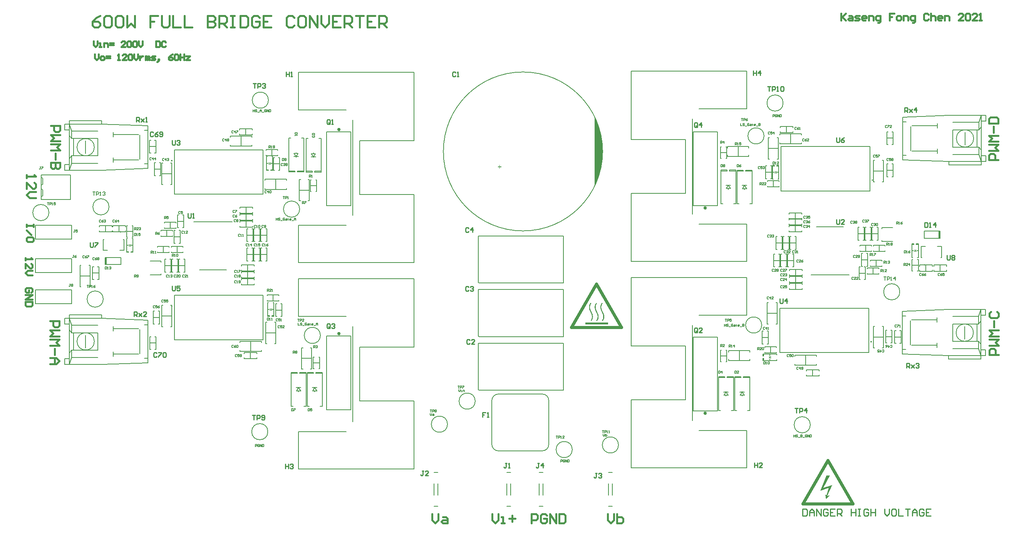
<source format=gto>
G04*
G04 #@! TF.GenerationSoftware,Altium Limited,Altium Designer,21.1.1 (26)*
G04*
G04 Layer_Color=65535*
%FSLAX25Y25*%
%MOIN*%
G70*
G04*
G04 #@! TF.SameCoordinates,3677F01D-BDC3-49B7-9324-C1A4C2B8551F*
G04*
G04*
G04 #@! TF.FilePolarity,Positive*
G04*
G01*
G75*
%ADD10C,0.00600*%
%ADD11C,0.01386*%
%ADD12C,0.00799*%
%ADD13C,0.00787*%
%ADD14C,0.00591*%
%ADD15C,0.00500*%
%ADD16C,0.02500*%
%ADD17C,0.00394*%
%ADD18C,0.01500*%
%ADD19C,0.01000*%
%ADD20R,0.01575X0.06299*%
G36*
X505817Y361346D02*
X507599Y356661D01*
X509037Y351859D01*
X510122Y346965D01*
X510848Y342006D01*
X511212Y337006D01*
Y331994D01*
X510848Y326994D01*
X510122Y322035D01*
X509037Y317141D01*
X507599Y312339D01*
X505817Y307654D01*
X504757Y305383D01*
Y363617D01*
X505817Y361346D01*
D02*
G37*
G36*
X510700Y203100D02*
X510800D01*
Y203000D01*
X511000D01*
Y202900D01*
X511100D01*
Y202800D01*
X511300D01*
Y202700D01*
X511200D01*
Y202600D01*
Y202500D01*
X511100D01*
Y202400D01*
X511000D01*
Y202300D01*
Y202200D01*
X510900D01*
Y202100D01*
X510800D01*
Y202000D01*
Y201900D01*
X510700D01*
Y201800D01*
Y201700D01*
X510600D01*
Y201600D01*
Y201500D01*
X510500D01*
Y201400D01*
Y201300D01*
Y201200D01*
X510400D01*
Y201100D01*
Y201000D01*
Y200900D01*
X510300D01*
Y200800D01*
Y200700D01*
Y200600D01*
X510200D01*
Y200500D01*
Y200400D01*
Y200300D01*
Y200200D01*
Y200100D01*
X510100D01*
Y200000D01*
Y199900D01*
Y199800D01*
Y199700D01*
Y199600D01*
Y199500D01*
Y199400D01*
Y199300D01*
Y199200D01*
Y199100D01*
Y199000D01*
Y198900D01*
Y198800D01*
X510200D01*
Y198700D01*
Y198600D01*
Y198500D01*
Y198400D01*
Y198300D01*
Y198200D01*
X510300D01*
Y198100D01*
Y198000D01*
Y197900D01*
Y197800D01*
X510400D01*
Y197700D01*
Y197600D01*
Y197500D01*
X510500D01*
Y197400D01*
Y197300D01*
X510600D01*
Y197200D01*
Y197100D01*
Y197000D01*
X510700D01*
Y196900D01*
Y196800D01*
X510800D01*
Y196700D01*
Y196600D01*
Y196500D01*
X510900D01*
Y196400D01*
Y196300D01*
X511000D01*
Y196200D01*
Y196100D01*
X511100D01*
Y196000D01*
Y195900D01*
X511200D01*
Y195800D01*
Y195700D01*
X511300D01*
Y195600D01*
Y195500D01*
X511400D01*
Y195400D01*
Y195300D01*
Y195200D01*
X511500D01*
Y195100D01*
Y195000D01*
X511600D01*
Y194900D01*
Y194800D01*
X511700D01*
Y194700D01*
Y194600D01*
X511800D01*
Y194500D01*
Y194400D01*
X511900D01*
Y194300D01*
Y194200D01*
X512000D01*
Y194100D01*
Y194000D01*
Y193900D01*
X512100D01*
Y193800D01*
Y193700D01*
X512200D01*
Y193600D01*
Y193500D01*
Y193400D01*
X512300D01*
Y193300D01*
Y193200D01*
Y193100D01*
X512400D01*
Y193000D01*
Y192900D01*
Y192800D01*
Y192700D01*
X512500D01*
Y192600D01*
Y192500D01*
Y192400D01*
Y192300D01*
X512600D01*
Y192200D01*
Y192100D01*
Y192000D01*
Y191900D01*
Y191800D01*
Y191700D01*
Y191600D01*
X512700D01*
Y191500D01*
Y191400D01*
Y191300D01*
Y191200D01*
Y191100D01*
Y191000D01*
Y190900D01*
Y190800D01*
Y190700D01*
X512600D01*
Y190600D01*
Y190500D01*
Y190400D01*
Y190300D01*
Y190200D01*
Y190100D01*
Y190000D01*
X512500D01*
Y189900D01*
Y189800D01*
Y189700D01*
Y189600D01*
X512400D01*
Y189500D01*
Y189400D01*
Y189300D01*
X512300D01*
Y189200D01*
Y189100D01*
Y189000D01*
X512200D01*
Y188900D01*
Y188800D01*
X512100D01*
Y188700D01*
Y188600D01*
X512000D01*
Y188500D01*
Y188400D01*
X511900D01*
Y188300D01*
Y188200D01*
X511800D01*
Y188100D01*
Y188000D01*
X511700D01*
Y187900D01*
X511600D01*
Y187800D01*
Y187700D01*
X511500D01*
Y187600D01*
Y187500D01*
X511400D01*
Y187400D01*
X511300D01*
Y187500D01*
X511200D01*
Y187600D01*
X511000D01*
Y187700D01*
X510900D01*
Y187800D01*
X510700D01*
Y187900D01*
Y188000D01*
X510800D01*
Y188100D01*
X510900D01*
Y188200D01*
Y188300D01*
X511000D01*
Y188400D01*
Y188500D01*
X511100D01*
Y188600D01*
Y188700D01*
X511200D01*
Y188800D01*
Y188900D01*
X511300D01*
Y189000D01*
Y189100D01*
X511400D01*
Y189200D01*
Y189300D01*
X511500D01*
Y189400D01*
Y189500D01*
Y189600D01*
X511600D01*
Y189700D01*
Y189800D01*
Y189900D01*
X511700D01*
Y190000D01*
Y190100D01*
Y190200D01*
Y190300D01*
X511800D01*
Y190400D01*
Y190500D01*
Y190600D01*
Y190700D01*
Y190800D01*
Y190900D01*
Y191000D01*
Y191100D01*
Y191200D01*
Y191300D01*
Y191400D01*
Y191500D01*
Y191600D01*
Y191700D01*
Y191800D01*
Y191900D01*
Y192000D01*
X511700D01*
Y192100D01*
Y192200D01*
Y192300D01*
Y192400D01*
Y192500D01*
X511600D01*
Y192600D01*
Y192700D01*
Y192800D01*
X511500D01*
Y192900D01*
Y193000D01*
Y193100D01*
X511400D01*
Y193200D01*
Y193300D01*
Y193400D01*
X511300D01*
Y193500D01*
Y193600D01*
Y193700D01*
X511200D01*
Y193800D01*
Y193900D01*
X511100D01*
Y194000D01*
Y194100D01*
X511000D01*
Y194200D01*
Y194300D01*
Y194400D01*
X510900D01*
Y194500D01*
Y194600D01*
X510800D01*
Y194700D01*
Y194800D01*
X510700D01*
Y194900D01*
Y195000D01*
X510600D01*
Y195100D01*
Y195200D01*
X510500D01*
Y195300D01*
Y195400D01*
X510400D01*
Y195500D01*
Y195600D01*
X510300D01*
Y195700D01*
Y195800D01*
X510200D01*
Y195900D01*
Y196000D01*
X510100D01*
Y196100D01*
Y196200D01*
Y196300D01*
X510000D01*
Y196400D01*
Y196500D01*
X509900D01*
Y196600D01*
Y196700D01*
X509800D01*
Y196800D01*
Y196900D01*
Y197000D01*
X509700D01*
Y197100D01*
Y197200D01*
Y197300D01*
X509600D01*
Y197400D01*
Y197500D01*
Y197600D01*
X509500D01*
Y197700D01*
Y197800D01*
Y197900D01*
Y198000D01*
X509400D01*
Y198100D01*
Y198200D01*
Y198300D01*
Y198400D01*
X509300D01*
Y198500D01*
Y198600D01*
Y198700D01*
Y198800D01*
Y198900D01*
Y199000D01*
Y199100D01*
Y199200D01*
Y199300D01*
Y199400D01*
Y199500D01*
Y199600D01*
Y199700D01*
Y199800D01*
Y199900D01*
Y200000D01*
Y200100D01*
Y200200D01*
Y200300D01*
Y200400D01*
X509400D01*
Y200500D01*
Y200600D01*
Y200700D01*
Y200800D01*
Y200900D01*
X509500D01*
Y201000D01*
Y201100D01*
Y201200D01*
X509600D01*
Y201300D01*
Y201400D01*
Y201500D01*
X509700D01*
Y201600D01*
Y201700D01*
X509800D01*
Y201800D01*
Y201900D01*
X509900D01*
Y202000D01*
Y202100D01*
X510000D01*
Y202200D01*
Y202300D01*
X510100D01*
Y202400D01*
Y202500D01*
X510200D01*
Y202600D01*
Y202700D01*
X510300D01*
Y202800D01*
X510400D01*
Y202900D01*
Y203000D01*
X510500D01*
Y203100D01*
X510600D01*
Y203200D01*
X510700D01*
Y203100D01*
D02*
G37*
G36*
X505800D02*
X505900D01*
Y203000D01*
X506100D01*
Y202900D01*
X506200D01*
Y202800D01*
X506400D01*
Y202700D01*
X506300D01*
Y202600D01*
Y202500D01*
X506200D01*
Y202400D01*
X506100D01*
Y202300D01*
Y202200D01*
X506000D01*
Y202100D01*
X505900D01*
Y202000D01*
Y201900D01*
X505800D01*
Y201800D01*
Y201700D01*
X505700D01*
Y201600D01*
Y201500D01*
X505600D01*
Y201400D01*
Y201300D01*
Y201200D01*
X505500D01*
Y201100D01*
Y201000D01*
X505400D01*
Y200900D01*
Y200800D01*
Y200700D01*
Y200600D01*
X505300D01*
Y200500D01*
Y200400D01*
Y200300D01*
Y200200D01*
Y200100D01*
X505200D01*
Y200000D01*
Y199900D01*
Y199800D01*
Y199700D01*
Y199600D01*
Y199500D01*
Y199400D01*
Y199300D01*
Y199200D01*
Y199100D01*
Y199000D01*
Y198900D01*
Y198800D01*
Y198700D01*
X505300D01*
Y198600D01*
Y198500D01*
Y198400D01*
Y198300D01*
Y198200D01*
X505400D01*
Y198100D01*
Y198000D01*
Y197900D01*
Y197800D01*
X505500D01*
Y197700D01*
Y197600D01*
Y197500D01*
X505600D01*
Y197400D01*
Y197300D01*
Y197200D01*
X505700D01*
Y197100D01*
Y197000D01*
X505800D01*
Y196900D01*
Y196800D01*
Y196700D01*
X505900D01*
Y196600D01*
Y196500D01*
X506000D01*
Y196400D01*
Y196300D01*
X506100D01*
Y196200D01*
Y196100D01*
X506200D01*
Y196000D01*
Y195900D01*
X506300D01*
Y195800D01*
Y195700D01*
X506400D01*
Y195600D01*
Y195500D01*
X506500D01*
Y195400D01*
Y195300D01*
Y195200D01*
X506600D01*
Y195100D01*
Y195000D01*
X506700D01*
Y194900D01*
Y194800D01*
X506800D01*
Y194700D01*
Y194600D01*
X506900D01*
Y194500D01*
Y194400D01*
X507000D01*
Y194300D01*
Y194200D01*
X507100D01*
Y194100D01*
Y194000D01*
Y193900D01*
X507200D01*
Y193800D01*
Y193700D01*
X507300D01*
Y193600D01*
Y193500D01*
Y193400D01*
X507400D01*
Y193300D01*
Y193200D01*
Y193100D01*
X507500D01*
Y193000D01*
Y192900D01*
Y192800D01*
Y192700D01*
X507600D01*
Y192600D01*
Y192500D01*
Y192400D01*
Y192300D01*
X507700D01*
Y192200D01*
Y192100D01*
Y192000D01*
Y191900D01*
Y191800D01*
Y191700D01*
Y191600D01*
Y191500D01*
X507800D01*
Y191400D01*
Y191300D01*
Y191200D01*
Y191100D01*
Y191000D01*
Y190900D01*
Y190800D01*
X507700D01*
Y190700D01*
Y190600D01*
Y190500D01*
Y190400D01*
Y190300D01*
Y190200D01*
Y190100D01*
X507600D01*
Y190000D01*
Y189900D01*
Y189800D01*
Y189700D01*
Y189600D01*
X507500D01*
Y189500D01*
Y189400D01*
Y189300D01*
X507400D01*
Y189200D01*
Y189100D01*
X507300D01*
Y189000D01*
Y188900D01*
Y188800D01*
X507200D01*
Y188700D01*
Y188600D01*
X507100D01*
Y188500D01*
Y188400D01*
X507000D01*
Y188300D01*
Y188200D01*
X506900D01*
Y188100D01*
Y188000D01*
X506800D01*
Y187900D01*
X506700D01*
Y187800D01*
Y187700D01*
X506600D01*
Y187600D01*
X506500D01*
Y187500D01*
Y187400D01*
X506400D01*
Y187500D01*
X506300D01*
Y187600D01*
X506100D01*
Y187700D01*
X506000D01*
Y187800D01*
X505800D01*
Y187900D01*
Y188000D01*
X505900D01*
Y188100D01*
Y188200D01*
X506000D01*
Y188300D01*
X506100D01*
Y188400D01*
Y188500D01*
X506200D01*
Y188600D01*
Y188700D01*
X506300D01*
Y188800D01*
Y188900D01*
X506400D01*
Y189000D01*
Y189100D01*
X506500D01*
Y189200D01*
Y189300D01*
X506600D01*
Y189400D01*
Y189500D01*
Y189600D01*
X506700D01*
Y189700D01*
Y189800D01*
Y189900D01*
X506800D01*
Y190000D01*
Y190100D01*
Y190200D01*
Y190300D01*
Y190400D01*
X506900D01*
Y190500D01*
Y190600D01*
Y190700D01*
Y190800D01*
Y190900D01*
Y191000D01*
Y191100D01*
Y191200D01*
Y191300D01*
Y191400D01*
Y191500D01*
Y191600D01*
Y191700D01*
Y191800D01*
Y191900D01*
Y192000D01*
X506800D01*
Y192100D01*
Y192200D01*
Y192300D01*
Y192400D01*
Y192500D01*
X506700D01*
Y192600D01*
Y192700D01*
Y192800D01*
X506600D01*
Y192900D01*
Y193000D01*
Y193100D01*
X506500D01*
Y193200D01*
Y193300D01*
Y193400D01*
X506400D01*
Y193500D01*
Y193600D01*
Y193700D01*
X506300D01*
Y193800D01*
Y193900D01*
X506200D01*
Y194000D01*
Y194100D01*
X506100D01*
Y194200D01*
Y194300D01*
Y194400D01*
X506000D01*
Y194500D01*
Y194600D01*
X505900D01*
Y194700D01*
Y194800D01*
X505800D01*
Y194900D01*
Y195000D01*
X505700D01*
Y195100D01*
Y195200D01*
X505600D01*
Y195300D01*
Y195400D01*
X505500D01*
Y195500D01*
Y195600D01*
X505400D01*
Y195700D01*
Y195800D01*
X505300D01*
Y195900D01*
Y196000D01*
X505200D01*
Y196100D01*
Y196200D01*
Y196300D01*
X505100D01*
Y196400D01*
Y196500D01*
X505000D01*
Y196600D01*
Y196700D01*
X504900D01*
Y196800D01*
Y196900D01*
Y197000D01*
X504800D01*
Y197100D01*
Y197200D01*
Y197300D01*
X504700D01*
Y197400D01*
Y197500D01*
Y197600D01*
X504600D01*
Y197700D01*
Y197800D01*
Y197900D01*
X504500D01*
Y198000D01*
Y198100D01*
Y198200D01*
Y198300D01*
Y198400D01*
X504400D01*
Y198500D01*
Y198600D01*
Y198700D01*
Y198800D01*
Y198900D01*
Y199000D01*
Y199100D01*
Y199200D01*
Y199300D01*
Y199400D01*
Y199500D01*
Y199600D01*
Y199700D01*
Y199800D01*
Y199900D01*
Y200000D01*
Y200100D01*
Y200200D01*
Y200300D01*
Y200400D01*
X504500D01*
Y200500D01*
Y200600D01*
Y200700D01*
Y200800D01*
Y200900D01*
X504600D01*
Y201000D01*
Y201100D01*
Y201200D01*
X504700D01*
Y201300D01*
Y201400D01*
Y201500D01*
X504800D01*
Y201600D01*
Y201700D01*
X504900D01*
Y201800D01*
Y201900D01*
X505000D01*
Y202000D01*
Y202100D01*
X505100D01*
Y202200D01*
Y202300D01*
X505200D01*
Y202400D01*
Y202500D01*
X505300D01*
Y202600D01*
Y202700D01*
X505400D01*
Y202800D01*
X505500D01*
Y202900D01*
Y203000D01*
X505600D01*
Y203100D01*
X505700D01*
Y203200D01*
X505800D01*
Y203100D01*
D02*
G37*
G36*
X500900D02*
X501000D01*
Y203000D01*
X501200D01*
Y202900D01*
X501300D01*
Y202800D01*
X501400D01*
Y202700D01*
Y202600D01*
Y202500D01*
X501300D01*
Y202400D01*
X501200D01*
Y202300D01*
Y202200D01*
X501100D01*
Y202100D01*
X501000D01*
Y202000D01*
Y201900D01*
X500900D01*
Y201800D01*
Y201700D01*
X500800D01*
Y201600D01*
Y201500D01*
X500700D01*
Y201400D01*
Y201300D01*
Y201200D01*
X500600D01*
Y201100D01*
Y201000D01*
X500500D01*
Y200900D01*
Y200800D01*
Y200700D01*
Y200600D01*
X500400D01*
Y200500D01*
Y200400D01*
Y200300D01*
Y200200D01*
Y200100D01*
X500300D01*
Y200000D01*
Y199900D01*
Y199800D01*
Y199700D01*
Y199600D01*
Y199500D01*
Y199400D01*
Y199300D01*
Y199200D01*
Y199100D01*
Y199000D01*
Y198900D01*
Y198800D01*
Y198700D01*
X500400D01*
Y198600D01*
Y198500D01*
Y198400D01*
Y198300D01*
Y198200D01*
X500500D01*
Y198100D01*
Y198000D01*
Y197900D01*
Y197800D01*
X500600D01*
Y197700D01*
Y197600D01*
Y197500D01*
X500700D01*
Y197400D01*
Y197300D01*
Y197200D01*
X500800D01*
Y197100D01*
Y197000D01*
X500900D01*
Y196900D01*
Y196800D01*
Y196700D01*
X501000D01*
Y196600D01*
Y196500D01*
X501100D01*
Y196400D01*
Y196300D01*
X501200D01*
Y196200D01*
Y196100D01*
X501300D01*
Y196000D01*
Y195900D01*
X501400D01*
Y195800D01*
Y195700D01*
X501500D01*
Y195600D01*
Y195500D01*
Y195400D01*
X501600D01*
Y195300D01*
Y195200D01*
X501700D01*
Y195100D01*
Y195000D01*
X501800D01*
Y194900D01*
Y194800D01*
X501900D01*
Y194700D01*
Y194600D01*
X502000D01*
Y194500D01*
Y194400D01*
X502100D01*
Y194300D01*
Y194200D01*
X502200D01*
Y194100D01*
Y194000D01*
Y193900D01*
X502300D01*
Y193800D01*
Y193700D01*
X502400D01*
Y193600D01*
Y193500D01*
Y193400D01*
X502500D01*
Y193300D01*
Y193200D01*
Y193100D01*
X502600D01*
Y193000D01*
Y192900D01*
Y192800D01*
Y192700D01*
X502700D01*
Y192600D01*
Y192500D01*
Y192400D01*
Y192300D01*
X502800D01*
Y192200D01*
Y192100D01*
Y192000D01*
Y191900D01*
Y191800D01*
Y191700D01*
Y191600D01*
Y191500D01*
X502900D01*
Y191400D01*
Y191300D01*
Y191200D01*
Y191100D01*
Y191000D01*
Y190900D01*
Y190800D01*
X502800D01*
Y190700D01*
Y190600D01*
Y190500D01*
Y190400D01*
Y190300D01*
Y190200D01*
Y190100D01*
X502700D01*
Y190000D01*
Y189900D01*
Y189800D01*
Y189700D01*
X502600D01*
Y189600D01*
Y189500D01*
Y189400D01*
Y189300D01*
X502500D01*
Y189200D01*
Y189100D01*
X502400D01*
Y189000D01*
Y188900D01*
Y188800D01*
X502300D01*
Y188700D01*
Y188600D01*
X502200D01*
Y188500D01*
Y188400D01*
X502100D01*
Y188300D01*
Y188200D01*
X502000D01*
Y188100D01*
Y188000D01*
X501900D01*
Y187900D01*
X501800D01*
Y187800D01*
Y187700D01*
X501700D01*
Y187600D01*
X501600D01*
Y187500D01*
Y187400D01*
X501500D01*
Y187500D01*
X501400D01*
Y187600D01*
X501200D01*
Y187700D01*
X501100D01*
Y187800D01*
X500900D01*
Y187900D01*
Y188000D01*
X501000D01*
Y188100D01*
Y188200D01*
X501100D01*
Y188300D01*
X501200D01*
Y188400D01*
Y188500D01*
X501300D01*
Y188600D01*
Y188700D01*
X501400D01*
Y188800D01*
Y188900D01*
X501500D01*
Y189000D01*
Y189100D01*
X501600D01*
Y189200D01*
Y189300D01*
X501700D01*
Y189400D01*
Y189500D01*
Y189600D01*
X501800D01*
Y189700D01*
Y189800D01*
Y189900D01*
X501900D01*
Y190000D01*
Y190100D01*
Y190200D01*
Y190300D01*
Y190400D01*
X502000D01*
Y190500D01*
Y190600D01*
Y190700D01*
Y190800D01*
Y190900D01*
Y191000D01*
Y191100D01*
Y191200D01*
Y191300D01*
Y191400D01*
Y191500D01*
Y191600D01*
Y191700D01*
Y191800D01*
Y191900D01*
Y192000D01*
X501900D01*
Y192100D01*
Y192200D01*
Y192300D01*
Y192400D01*
Y192500D01*
X501800D01*
Y192600D01*
Y192700D01*
Y192800D01*
X501700D01*
Y192900D01*
Y193000D01*
Y193100D01*
X501600D01*
Y193200D01*
Y193300D01*
Y193400D01*
X501500D01*
Y193500D01*
Y193600D01*
Y193700D01*
X501400D01*
Y193800D01*
Y193900D01*
X501300D01*
Y194000D01*
Y194100D01*
X501200D01*
Y194200D01*
Y194300D01*
X501100D01*
Y194400D01*
Y194500D01*
Y194600D01*
X501000D01*
Y194700D01*
Y194800D01*
X500900D01*
Y194900D01*
Y195000D01*
X500800D01*
Y195100D01*
Y195200D01*
X500700D01*
Y195300D01*
Y195400D01*
X500600D01*
Y195500D01*
Y195600D01*
X500500D01*
Y195700D01*
Y195800D01*
X500400D01*
Y195900D01*
Y196000D01*
X500300D01*
Y196100D01*
Y196200D01*
Y196300D01*
X500200D01*
Y196400D01*
Y196500D01*
X500100D01*
Y196600D01*
Y196700D01*
X500000D01*
Y196800D01*
Y196900D01*
Y197000D01*
X499900D01*
Y197100D01*
Y197200D01*
Y197300D01*
X499800D01*
Y197400D01*
Y197500D01*
Y197600D01*
X499700D01*
Y197700D01*
Y197800D01*
Y197900D01*
X499600D01*
Y198000D01*
Y198100D01*
Y198200D01*
Y198300D01*
Y198400D01*
X499500D01*
Y198500D01*
Y198600D01*
Y198700D01*
Y198800D01*
Y198900D01*
Y199000D01*
Y199100D01*
Y199200D01*
Y199300D01*
Y199400D01*
Y199500D01*
Y199600D01*
Y199700D01*
Y199800D01*
Y199900D01*
Y200000D01*
Y200100D01*
Y200200D01*
Y200300D01*
Y200400D01*
X499600D01*
Y200500D01*
Y200600D01*
Y200700D01*
Y200800D01*
Y200900D01*
X499700D01*
Y201000D01*
Y201100D01*
Y201200D01*
X499800D01*
Y201300D01*
Y201400D01*
Y201500D01*
X499900D01*
Y201600D01*
Y201700D01*
X500000D01*
Y201800D01*
Y201900D01*
X500100D01*
Y202000D01*
Y202100D01*
X500200D01*
Y202200D01*
Y202300D01*
X500300D01*
Y202400D01*
Y202500D01*
X500400D01*
Y202600D01*
Y202700D01*
X500500D01*
Y202800D01*
X500600D01*
Y202900D01*
Y203000D01*
X500700D01*
Y203100D01*
X500800D01*
Y203200D01*
X500900D01*
Y203100D01*
D02*
G37*
G36*
X515900Y184600D02*
X496200D01*
Y186000D01*
X515900D01*
Y184600D01*
D02*
G37*
G36*
X702300Y42800D02*
X710000Y45100D01*
X705800Y35800D01*
X707500Y36100D01*
X704500Y32700D01*
X703900Y36800D01*
X705100Y36000D01*
X706900Y42700D01*
X699600Y40300D01*
X704900Y53400D01*
X707900D01*
X702300Y42800D01*
D02*
G37*
G36*
X422441Y321472D02*
X423811D01*
Y320896D01*
X422441D01*
Y319525D01*
X421857D01*
Y320896D01*
X420487D01*
Y321472D01*
X421857D01*
Y322857D01*
X422441D01*
Y321472D01*
D02*
G37*
D10*
X71300Y169800D02*
G03*
X71300Y169800I-7500J0D01*
G01*
Y338200D02*
G03*
X71300Y338200I-7500J0D01*
G01*
X832400Y345774D02*
G03*
X832400Y345774I-7500J0D01*
G01*
X832200Y177374D02*
G03*
X832200Y177374I-7500J0D01*
G01*
X49800Y149800D02*
Y154800D01*
Y184800D02*
Y189800D01*
X110800Y159300D02*
Y180300D01*
X117800Y184300D02*
Y188300D01*
X114800Y184300D02*
X117800D01*
Y155300D02*
Y184300D01*
X114800Y155300D02*
X117800D01*
X51800Y155800D02*
X74300D01*
X51800Y183800D02*
X74300D01*
X87800Y156800D02*
Y158800D01*
X109800D01*
X87800Y180800D02*
Y182800D01*
Y180800D02*
X109800D01*
X87800Y158800D02*
Y160800D01*
Y178800D02*
Y180800D01*
X77800Y189800D02*
Y192800D01*
X74300Y162300D02*
Y177300D01*
X49800Y159800D02*
Y179800D01*
Y159800D02*
X51800Y162300D01*
X49800Y149800D02*
X77800D01*
X49800D02*
X51800Y155800D01*
Y162300D01*
X53300D01*
X74300D01*
X53300Y177300D02*
X74300D01*
X53300Y162300D02*
Y177300D01*
X49800Y192800D02*
X77800D01*
X49800Y189800D02*
X77800D01*
X49800D02*
X51800Y183800D01*
X49800Y179800D02*
Y184800D01*
Y179800D02*
X51800Y177300D01*
Y183800D01*
Y177300D02*
X53300D01*
X63800Y164300D02*
Y175300D01*
X49800Y189800D02*
Y192800D01*
X45800Y189800D02*
X49800D01*
X45800Y184800D02*
Y189800D01*
X117800Y151300D02*
Y155300D01*
X77800Y149800D02*
X117800Y151300D01*
X77800Y189800D02*
X117800Y188300D01*
X45800Y149800D02*
X49800D01*
X45800Y184800D02*
X49800D01*
Y154800D02*
Y159800D01*
X45800Y154800D02*
X49800D01*
X45800Y149800D02*
Y154800D01*
X589736Y288100D02*
Y350900D01*
X610536Y287600D02*
Y351400D01*
X589736D02*
X610536D01*
X589736Y287600D02*
Y351400D01*
Y287600D02*
X610536D01*
X589736Y110100D02*
Y172900D01*
X610536Y109600D02*
Y173400D01*
X589736D02*
X610536D01*
X589736Y109600D02*
Y173400D01*
Y109600D02*
X610536D01*
X45800Y318200D02*
Y323200D01*
X49800D01*
Y328200D01*
X45800Y353200D02*
X49800D01*
X45800Y318200D02*
X49800D01*
X77800Y358200D02*
X117800Y356700D01*
X77800Y318200D02*
X117800Y319700D01*
Y323700D01*
X45800Y353200D02*
Y358200D01*
X49800D01*
Y361200D01*
X63800Y332700D02*
Y343700D01*
X51800Y345700D02*
X53300D01*
X51800D02*
Y352200D01*
X49800Y348200D02*
X51800Y345700D01*
X49800Y348200D02*
Y353200D01*
Y358200D02*
X51800Y352200D01*
X49800Y358200D02*
X77800D01*
X49800Y361200D02*
X77800D01*
X53300Y330700D02*
Y345700D01*
X74300D01*
X53300Y330700D02*
X74300D01*
X51800D02*
X53300D01*
X51800Y324200D02*
Y330700D01*
X49800Y318200D02*
X51800Y324200D01*
X49800Y318200D02*
X77800D01*
X49800Y328200D02*
X51800Y330700D01*
X49800Y328200D02*
Y348200D01*
X74300Y330700D02*
Y345700D01*
X77800Y358200D02*
Y361200D01*
X87800Y347200D02*
Y349200D01*
Y327200D02*
Y329200D01*
Y349200D02*
X109800D01*
X87800D02*
Y351200D01*
Y327200D02*
X109800D01*
X87800Y325200D02*
Y327200D01*
X51800Y352200D02*
X74300D01*
X51800Y324200D02*
X74300D01*
X114800Y323700D02*
X117800D01*
Y352700D01*
X114800D02*
X117800D01*
Y356700D01*
X110800Y327700D02*
Y348700D01*
X49800Y353200D02*
Y358200D01*
Y318200D02*
Y323200D01*
X838900Y360774D02*
Y365774D01*
Y325774D02*
Y330774D01*
X777900Y335274D02*
Y356274D01*
X770900Y327274D02*
Y331274D01*
X773900D01*
X770900D02*
Y360274D01*
X773900D01*
X814400Y359774D02*
X836900D01*
X814400Y331774D02*
X836900D01*
X800900Y356774D02*
Y358774D01*
X778900Y356774D02*
X800900D01*
Y332774D02*
Y334774D01*
X778900D02*
X800900D01*
Y354774D02*
Y356774D01*
Y334774D02*
Y336774D01*
X810900Y322774D02*
Y325774D01*
X814400Y338274D02*
Y353274D01*
X838900Y335774D02*
Y355774D01*
X836900Y353274D02*
X838900Y355774D01*
X810900Y365774D02*
X838900D01*
X836900Y359774D02*
X838900Y365774D01*
X836900Y353274D02*
Y359774D01*
X835400Y353274D02*
X836900D01*
X814400D02*
X835400D01*
X814400Y338274D02*
X835400D01*
Y353274D01*
X810900Y322774D02*
X838900D01*
X810900Y325774D02*
X838900D01*
X836900Y331774D02*
X838900Y325774D01*
Y330774D02*
Y335774D01*
X836900Y338274D02*
X838900Y335774D01*
X836900Y331774D02*
Y338274D01*
X835400D02*
X836900D01*
X824900Y340274D02*
Y351274D01*
X838900Y322774D02*
Y325774D01*
X842900D01*
Y330774D01*
X770900Y360274D02*
Y364274D01*
X810900Y365774D01*
X770900Y327274D02*
X810900Y325774D01*
X838900Y365774D02*
X842900D01*
X838900Y330774D02*
X842900D01*
X838900Y355774D02*
Y360774D01*
X842900D01*
Y365774D01*
X838700Y192374D02*
Y197374D01*
Y157374D02*
Y162374D01*
X777700Y166874D02*
Y187874D01*
X770700Y158874D02*
Y162874D01*
X773700D01*
X770700D02*
Y191874D01*
X773700D01*
X814200Y191374D02*
X836700D01*
X814200Y163374D02*
X836700D01*
X800700Y188374D02*
Y190374D01*
X778700Y188374D02*
X800700D01*
Y164374D02*
Y166374D01*
X778700D02*
X800700D01*
Y186374D02*
Y188374D01*
Y166374D02*
Y168374D01*
X810700Y154374D02*
Y157374D01*
X814200Y169874D02*
Y184874D01*
X838700Y167374D02*
Y187374D01*
X836700Y184874D02*
X838700Y187374D01*
X810700Y197374D02*
X838700D01*
X836700Y191374D02*
X838700Y197374D01*
X836700Y184874D02*
Y191374D01*
X835200Y184874D02*
X836700D01*
X814200D02*
X835200D01*
X814200Y169874D02*
X835200D01*
Y184874D01*
X810700Y154374D02*
X838700D01*
X810700Y157374D02*
X838700D01*
X836700Y163374D02*
X838700Y157374D01*
Y162374D02*
Y167374D01*
X836700Y169874D02*
X838700Y167374D01*
X836700Y163374D02*
Y169874D01*
X835200D02*
X836700D01*
X824700Y171874D02*
Y182874D01*
X838700Y154374D02*
Y157374D01*
X842700D01*
Y162374D01*
X770700Y191874D02*
Y195874D01*
X810700Y197374D01*
X770700Y158874D02*
X810700Y157374D01*
X838700Y197374D02*
X842700D01*
X838700Y162374D02*
X842700D01*
X838700Y187374D02*
Y192374D01*
X842700D01*
Y197374D01*
X272464Y351400D02*
X293264D01*
Y287600D02*
Y351400D01*
X272464Y287600D02*
X293264D01*
X272464D02*
Y351400D01*
X293264Y288100D02*
Y350900D01*
X272464Y174400D02*
X293264D01*
Y110600D02*
Y174400D01*
X272464Y110600D02*
X293264D01*
X272464D02*
Y174400D01*
X293264Y111100D02*
Y173900D01*
D11*
X600800Y285500D02*
G03*
X600800Y285500I-800J0D01*
G01*
Y107500D02*
G03*
X600800Y107500I-800J0D01*
G01*
X283800Y353500D02*
G03*
X283800Y353500I-800J0D01*
G01*
Y176500D02*
G03*
X283800Y176500I-800J0D01*
G01*
D12*
X525000Y80000D02*
G03*
X525000Y80000I-7000J0D01*
G01*
X401000Y118000D02*
G03*
X401000Y118000I-7000J0D01*
G01*
X377000Y98000D02*
G03*
X377000Y98000I-7000J0D01*
G01*
X485000Y76000D02*
G03*
X485000Y76000I-7000J0D01*
G01*
X649000Y184000D02*
G03*
X649000Y184000I-7000J0D01*
G01*
X651000Y348000D02*
G03*
X651000Y348000I-7000J0D01*
G01*
X249000Y284500D02*
G03*
X249000Y284500I-7000J0D01*
G01*
X267000Y175000D02*
G03*
X267000Y175000I-7000J0D01*
G01*
X32000Y281500D02*
G03*
X32000Y281500I-7000J0D01*
G01*
X768500Y212800D02*
G03*
X768500Y212800I-7000J0D01*
G01*
X79000Y206500D02*
G03*
X79000Y206500I-7000J0D01*
G01*
X84000Y286500D02*
G03*
X84000Y286500I-7000J0D01*
G01*
X222000Y379000D02*
G03*
X222000Y379000I-7000J0D01*
G01*
X691000Y97500D02*
G03*
X691000Y97500I-7000J0D01*
G01*
X221500Y91500D02*
G03*
X221500Y91500I-7000J0D01*
G01*
X667500Y376500D02*
G03*
X667500Y376500I-7000J0D01*
G01*
D13*
X415394Y80405D02*
G03*
X420905Y74894I5512J0D01*
G01*
X464606Y118595D02*
G03*
X459094Y124106I-5512J0D01*
G01*
X420905D02*
G03*
X415394Y118595I0J-5512D01*
G01*
X459094Y74894D02*
G03*
X464606Y80405I0J5512D01*
G01*
X504757Y305383D02*
G03*
X504757Y363617I-62442J29117D01*
G01*
X511212Y334500D02*
G03*
X511212Y334500I-68897J0D01*
G01*
X745039Y309658D02*
G03*
X745039Y309658I-394J0D01*
G01*
X744039Y169500D02*
G03*
X744039Y169500I-394J0D01*
G01*
X790288Y236179D02*
G03*
X790288Y236179I-394J0D01*
G01*
X94299Y264721D02*
G03*
X94299Y264721I-394J0D01*
G01*
X138748Y326500D02*
G03*
X138748Y326500I-394J0D01*
G01*
Y200342D02*
G03*
X138748Y200342I-394J0D01*
G01*
X420905Y124106D02*
X459094D01*
X415394Y80405D02*
Y118595D01*
X420905Y74894D02*
X459094D01*
X464606Y80405D02*
Y118595D01*
X504757Y305383D02*
Y363617D01*
X403760Y261169D02*
X477087D01*
X477382Y260874D01*
Y220421D02*
Y260874D01*
X404252Y220421D02*
X477382D01*
X403760Y220913D02*
Y261169D01*
Y220913D02*
X404252Y220421D01*
X403760Y168169D02*
X477087D01*
X477382Y167874D01*
Y127421D02*
Y167874D01*
X404252Y127421D02*
X477382D01*
X403760Y127913D02*
Y168169D01*
Y127913D02*
X404252Y127421D01*
X403760Y214669D02*
X477087D01*
X477382Y214374D01*
Y173921D02*
Y214374D01*
X404252Y173921D02*
X477382D01*
X403760Y174413D02*
Y214669D01*
Y174413D02*
X404252Y173921D01*
X696189Y269169D02*
X719811D01*
X691500Y227500D02*
X724669D01*
X255500Y113626D02*
Y142890D01*
Y113626D02*
X257374D01*
X255500Y142890D02*
X261000D01*
X266626Y113626D02*
X268500D01*
X261000Y142126D02*
Y142890D01*
X255500Y142126D02*
X261000D01*
X263000D02*
X268500D01*
X263000D02*
Y142890D01*
X268500Y113626D02*
Y142890D01*
X263000D02*
X268500D01*
X260032Y129701D02*
X263968D01*
X260425Y126945D02*
X262000Y129701D01*
X263968Y126945D01*
X260425D02*
X263968D01*
X262000Y129701D02*
Y130095D01*
Y126157D02*
Y126945D01*
X241500Y113626D02*
Y142890D01*
Y113626D02*
X243374D01*
X241500Y142890D02*
X247000D01*
X252626Y113626D02*
X254500D01*
X247000Y142126D02*
Y142890D01*
X241500Y142126D02*
X247000D01*
X249000D02*
X254500D01*
X249000D02*
Y142890D01*
X254500Y113626D02*
Y142890D01*
X249000D02*
X254500D01*
X246031Y129701D02*
X249969D01*
X246425Y126945D02*
X248000Y129701D01*
X249969Y126945D01*
X246425D02*
X249969D01*
X248000Y129701D02*
Y130095D01*
Y126157D02*
Y126945D01*
X753024Y267484D02*
Y268468D01*
X762276D01*
X753024Y256658D02*
X762276D01*
X753024D02*
Y257642D01*
X789501Y265550D02*
X803280D01*
X789501Y259250D02*
Y265550D01*
Y259250D02*
X803280D01*
Y265550D01*
X627500Y289000D02*
Y318264D01*
Y289000D02*
X629374D01*
X627500Y318264D02*
X633000D01*
X638626Y289000D02*
X640500D01*
X633000Y317500D02*
Y318264D01*
X627500Y317500D02*
X633000D01*
X635000D02*
X640500D01*
X635000D02*
Y318264D01*
X640500Y289000D02*
Y318264D01*
X635000D02*
X640500D01*
X632031Y305075D02*
X635968D01*
X632425Y302319D02*
X634000Y305075D01*
X635968Y302319D01*
X632425D02*
X635968D01*
X634000Y305075D02*
Y305469D01*
Y301532D02*
Y302319D01*
X267500Y316610D02*
Y345874D01*
X265626D02*
X267500D01*
X262000Y316610D02*
X267500D01*
X254500Y345874D02*
X256374D01*
X262000Y316610D02*
Y317374D01*
X267500D01*
X254500D02*
X260000D01*
Y316610D02*
Y317374D01*
X254500Y316610D02*
Y345874D01*
Y316610D02*
X260000D01*
X259032Y329799D02*
X262968D01*
X261000D02*
X262575Y332555D01*
X259032D02*
X261000Y329799D01*
X259032Y332555D02*
X262575D01*
X261000Y329405D02*
Y329799D01*
Y332555D02*
Y333343D01*
X252500Y316862D02*
Y346126D01*
X250626D02*
X252500D01*
X247000Y316862D02*
X252500D01*
X239500Y346126D02*
X241374D01*
X247000Y316862D02*
Y317626D01*
X252500D01*
X239500D02*
X245000D01*
Y316862D02*
Y317626D01*
X239500Y316862D02*
Y346126D01*
Y316862D02*
X245000D01*
X244032Y330051D02*
X247969D01*
X246000D02*
X247575Y332807D01*
X244032D02*
X246000Y330051D01*
X244032Y332807D02*
X247575D01*
X246000Y329658D02*
Y330051D01*
Y332807D02*
Y333594D01*
X248669Y300988D02*
X257331D01*
X256150Y291933D02*
X257331D01*
Y310043D01*
X256150D02*
X257331D01*
X248669D02*
X249850D01*
X248669Y291933D02*
Y310043D01*
Y291933D02*
X249850D01*
X50598Y292870D02*
Y293264D01*
X25402Y292870D02*
X50598D01*
X25402D02*
Y314130D01*
X50598D01*
Y293264D02*
Y314130D01*
X26500Y296000D02*
Y301000D01*
X25402Y302000D02*
X26500Y301000D01*
X25402Y295000D02*
X26500Y296000D01*
X25402Y305000D02*
X26500Y306000D01*
X25402Y312000D02*
X26500Y311000D01*
Y306000D02*
Y311000D01*
X80520Y236350D02*
Y242650D01*
X94299D01*
Y236350D02*
Y242650D01*
X80520Y236350D02*
X94299D01*
X258150Y164067D02*
X259331D01*
Y145957D02*
Y164067D01*
X258150Y145957D02*
X259331D01*
X250669D02*
X251850D01*
X250669D02*
Y164067D01*
X251850D01*
X250669Y155012D02*
X259331D01*
X637567Y330169D02*
Y331350D01*
X619457Y330169D02*
X637567D01*
X619457D02*
Y331350D01*
Y337650D02*
Y338831D01*
X637567D01*
Y337650D02*
Y338831D01*
X628512Y330169D02*
Y338831D01*
X128890Y238421D02*
Y239405D01*
X119638D02*
X128890D01*
X119638Y227594D02*
X128890D01*
Y228579D01*
X162189Y231831D02*
X185811D01*
X157331Y273500D02*
X190500D01*
X638543Y153169D02*
Y154350D01*
X620433Y153169D02*
X638543D01*
X620433D02*
Y154350D01*
Y160650D02*
Y161831D01*
X638543D01*
Y160650D02*
Y161831D01*
X629488Y153169D02*
Y161831D01*
X632000Y122406D02*
Y123193D01*
Y125949D02*
Y126342D01*
X630425Y123193D02*
X633968D01*
X632000Y125949D02*
X633968Y123193D01*
X630425D02*
X632000Y125949D01*
X630031D02*
X633968D01*
X633000Y139138D02*
X638500D01*
Y109874D02*
Y139138D01*
X633000Y138374D02*
Y139138D01*
Y138374D02*
X638500D01*
X625500D02*
X631000D01*
Y139138D01*
X636626Y109874D02*
X638500D01*
X625500Y139138D02*
X631000D01*
X625500Y109874D02*
X627374D01*
X625500D02*
Y139138D01*
X618000Y122406D02*
Y123193D01*
Y125949D02*
Y126342D01*
X616425Y123193D02*
X619969D01*
X618000Y125949D02*
X619969Y123193D01*
X616425D02*
X618000Y125949D01*
X616032D02*
X619969D01*
X619000Y139138D02*
X624500D01*
Y109874D02*
Y139138D01*
X619000Y138374D02*
Y139138D01*
Y138374D02*
X624500D01*
X611500D02*
X617000D01*
Y139138D01*
X622626Y109874D02*
X624500D01*
X611500Y139138D02*
X617000D01*
X611500Y109874D02*
X613374D01*
X611500D02*
Y139138D01*
X620000Y301658D02*
Y302445D01*
Y305201D02*
Y305594D01*
X618425Y302445D02*
X621969D01*
X620000Y305201D02*
X621969Y302445D01*
X618425D02*
X620000Y305201D01*
X618032D02*
X621969D01*
X621000Y318390D02*
X626500D01*
Y289126D02*
Y318390D01*
X621000Y317626D02*
Y318390D01*
Y317626D02*
X626500D01*
X613500D02*
X619000D01*
Y318390D01*
X624626Y289126D02*
X626500D01*
X613500Y318390D02*
X619000D01*
X613500Y289126D02*
X615374D01*
X613500D02*
Y318390D01*
D14*
X761575Y340546D02*
X762756D01*
Y351569D01*
X761575D02*
X762756D01*
X757244D02*
X758425D01*
X757244Y340546D02*
Y351569D01*
Y340546D02*
X758425D01*
X757244Y346058D02*
X762756D01*
X260744Y156000D02*
X261500D01*
X260744Y146000D02*
Y156000D01*
Y146000D02*
X261500D01*
X265500D02*
X266256D01*
Y156000D01*
X265500D02*
X266256D01*
X260744Y151000D02*
X266256D01*
X739000Y247744D02*
Y253256D01*
X734000Y252500D02*
Y253256D01*
X744000D01*
Y252500D02*
Y253256D01*
Y247744D02*
Y248500D01*
X734000Y247744D02*
X744000D01*
X734000D02*
Y248500D01*
X750559Y247744D02*
Y253256D01*
X755559Y247744D02*
Y248500D01*
X745559Y247744D02*
X755559D01*
X745559D02*
Y248500D01*
Y252500D02*
Y253256D01*
X755559D01*
Y252500D02*
Y253256D01*
X796654Y234975D02*
Y236156D01*
X785631D02*
X796654D01*
X785631Y234975D02*
Y236156D01*
Y230644D02*
Y231825D01*
Y230644D02*
X796654D01*
Y231825D01*
X791143Y230644D02*
Y236156D01*
X797946Y230644D02*
Y231825D01*
Y230644D02*
X808969D01*
Y231825D01*
Y234975D02*
Y236156D01*
X797946D02*
X808969D01*
X797946Y234975D02*
Y236156D01*
X803458Y230644D02*
Y236156D01*
X745441Y228087D02*
Y233598D01*
X750441Y228087D02*
Y228842D01*
X740441Y228087D02*
X750441D01*
X740441D02*
Y228842D01*
Y232842D02*
Y233598D01*
X750441D01*
Y232842D02*
Y233598D01*
X737575Y223331D02*
X738756D01*
Y234354D01*
X737575D02*
X738756D01*
X733244D02*
X734425D01*
X733244Y223331D02*
Y234354D01*
Y223331D02*
X734425D01*
X733244Y228842D02*
X738756D01*
X748000Y234744D02*
Y240256D01*
X753000Y234744D02*
Y235500D01*
X743000Y234744D02*
X753000D01*
X743000D02*
Y235500D01*
Y239500D02*
Y240256D01*
X753000D01*
Y239500D02*
Y240256D01*
X258244Y309941D02*
X259000D01*
X258244Y299941D02*
Y309941D01*
Y299941D02*
X259000D01*
X263000D02*
X263756D01*
Y309941D01*
X263000D02*
X263756D01*
X258244Y304941D02*
X263756D01*
X745571Y182850D02*
X746555D01*
X745571Y164150D02*
Y182850D01*
Y164150D02*
X746555D01*
X753445D02*
X754429D01*
Y182850D01*
X753445D02*
X754429D01*
X745571Y173500D02*
X754429D01*
X696350Y156945D02*
Y157929D01*
X677650D02*
X696350D01*
X677650Y156945D02*
Y157929D01*
Y149071D02*
Y150055D01*
Y149071D02*
X696350D01*
Y150055D01*
X687000Y149071D02*
Y157929D01*
X693000Y139744D02*
Y145256D01*
X698512Y139744D02*
Y140925D01*
X687488Y139744D02*
X698512D01*
X687488D02*
Y140925D01*
Y144075D02*
Y145256D01*
X698512D01*
Y144075D02*
Y145256D01*
X661445Y184858D02*
X662429D01*
Y203559D01*
X661445D02*
X662429D01*
X653571D02*
X654555D01*
X653571Y184858D02*
Y203559D01*
Y184858D02*
X654555D01*
X653571Y194209D02*
X662429D01*
X662047Y158000D02*
Y158756D01*
X650142D02*
X662047D01*
X650547Y157000D02*
Y158756D01*
Y153244D02*
Y155000D01*
X650142Y153244D02*
X662047D01*
Y154000D01*
X650047Y158756D02*
X650547D01*
X650047Y157000D02*
Y158756D01*
Y157000D02*
X650547D01*
X650047Y153244D02*
X650547D01*
X650047D02*
Y155000D01*
X650547D01*
X656047Y157378D02*
Y158756D01*
Y153244D02*
Y154622D01*
X651559Y159744D02*
Y160500D01*
Y159744D02*
X661559D01*
Y160500D01*
Y164500D02*
Y165256D01*
X651559D02*
X661559D01*
X651559Y164500D02*
Y165256D01*
X656559Y159744D02*
Y165256D01*
X649244Y173158D02*
X654756D01*
X653575Y178669D02*
X654756D01*
Y167646D02*
Y178669D01*
X653575Y167646D02*
X654756D01*
X649244D02*
X650425D01*
X649244D02*
Y178669D01*
X650425D01*
X783800Y230959D02*
X784556D01*
Y240959D01*
X783800D02*
X784556D01*
X779044D02*
X779800D01*
X779044Y230959D02*
Y240959D01*
Y230959D02*
X779800D01*
X779044Y235959D02*
X784556D01*
X654000Y303744D02*
Y304500D01*
Y303744D02*
X664000D01*
Y304500D01*
Y308500D02*
Y309256D01*
X654000D02*
X664000D01*
X654000Y308500D02*
Y309256D01*
X659000Y303744D02*
Y309256D01*
X783800Y242353D02*
X784556D01*
Y254258D01*
X782800Y253853D02*
X784556D01*
X779044D02*
X780800D01*
X779044Y242353D02*
Y254258D01*
Y242353D02*
X779800D01*
X784556Y253853D02*
Y254353D01*
X782800D02*
X784556D01*
X782800Y253853D02*
Y254353D01*
X779044Y253853D02*
Y254353D01*
X780800D01*
Y253853D02*
Y254353D01*
X783178Y248353D02*
X784556D01*
X779044D02*
X780422D01*
X663000Y310453D02*
X663756D01*
Y322358D01*
X662000Y321953D02*
X663756D01*
X658244D02*
X660000D01*
X658244Y310453D02*
Y322358D01*
Y310453D02*
X659000D01*
X663756Y321953D02*
Y322453D01*
X662000D02*
X663756D01*
X662000Y321953D02*
Y322453D01*
X658244Y321953D02*
Y322453D01*
X660000D01*
Y321953D02*
Y322453D01*
X662378Y316453D02*
X663756D01*
X658244D02*
X659622D01*
X764144Y173658D02*
X769656D01*
X764144Y168146D02*
X765325D01*
X764144D02*
Y179169D01*
X765325D01*
X768475D02*
X769656D01*
Y168146D02*
Y179169D01*
X768475Y168146D02*
X769656D01*
X683350Y348945D02*
Y349929D01*
X664650D02*
X683350D01*
X664650Y348945D02*
Y349929D01*
Y341071D02*
Y342055D01*
Y341071D02*
X683350D01*
Y342055D01*
X674000Y341071D02*
Y349929D01*
X670342Y350744D02*
Y356256D01*
X675854Y350744D02*
Y351925D01*
X664831Y350744D02*
X675854D01*
X664831D02*
Y351925D01*
Y355075D02*
Y356256D01*
X675854D01*
Y355075D02*
Y356256D01*
X757244Y318158D02*
X762756D01*
X761575Y323669D02*
X762756D01*
Y312646D02*
Y323669D01*
X761575Y312646D02*
X762756D01*
X757244D02*
X758425D01*
X757244D02*
Y323669D01*
X758425D01*
X745571Y326850D02*
X746555D01*
X745571Y308150D02*
Y326850D01*
Y308150D02*
X746555D01*
X753445D02*
X754429D01*
Y326850D01*
X753445D02*
X754429D01*
X745571Y317500D02*
X754429D01*
X662445Y327858D02*
X663429D01*
Y346559D01*
X662445D02*
X663429D01*
X654571D02*
X655555D01*
X654571Y327858D02*
Y346559D01*
Y327858D02*
X655555D01*
X654571Y337209D02*
X663429D01*
X652244Y316500D02*
X657756D01*
X656575Y322012D02*
X657756D01*
Y310988D02*
Y322012D01*
X656575Y310988D02*
X657756D01*
X652244D02*
X653425D01*
X652244D02*
Y322012D01*
X653425D01*
X756244Y173843D02*
X761756D01*
X760575Y179354D02*
X761756D01*
Y168331D02*
Y179354D01*
X760575Y168331D02*
X761756D01*
X756244D02*
X757425D01*
X756244D02*
Y179354D01*
X757425D01*
X732244Y263158D02*
X737756D01*
X732244Y257646D02*
X733425D01*
X732244D02*
Y268669D01*
X733425D01*
X736575D02*
X737756D01*
Y257646D02*
Y268669D01*
X736575Y257646D02*
X737756D01*
X738244Y263158D02*
X743756D01*
X738244Y257646D02*
X739425D01*
X738244D02*
Y268669D01*
X739425D01*
X742575D02*
X743756D01*
Y257646D02*
Y268669D01*
X742575Y257646D02*
X743756D01*
X678000Y270744D02*
Y276256D01*
X683512Y270744D02*
Y271925D01*
X672488Y270744D02*
X683512D01*
X672488D02*
Y271925D01*
Y275075D02*
Y276256D01*
X683512D01*
Y275075D02*
Y276256D01*
X678000Y275744D02*
Y281256D01*
X683512Y275744D02*
Y276925D01*
X672488Y275744D02*
X683512D01*
X672488D02*
Y276925D01*
Y280075D02*
Y281256D01*
X683512D01*
Y280075D02*
Y281256D01*
X678000Y264744D02*
Y270256D01*
X683512Y264744D02*
Y265925D01*
X672488Y264744D02*
X683512D01*
X672488D02*
Y265925D01*
Y269075D02*
Y270256D01*
X683512D01*
Y269075D02*
Y270256D01*
X661244Y255157D02*
X666756D01*
X665575Y260669D02*
X666756D01*
Y249646D02*
Y260669D01*
X665575Y249646D02*
X666756D01*
X661244D02*
X662425D01*
X661244D02*
Y260669D01*
X662425D01*
X667244Y255157D02*
X672756D01*
X671575Y260669D02*
X672756D01*
Y249646D02*
Y260669D01*
X671575Y249646D02*
X672756D01*
X667244D02*
X668425D01*
X667244D02*
Y260669D01*
X668425D01*
X673244Y255157D02*
X678756D01*
X677575Y260669D02*
X678756D01*
Y249646D02*
Y260669D01*
X677575Y249646D02*
X678756D01*
X673244D02*
X674425D01*
X673244D02*
Y260669D01*
X674425D01*
X744244Y263158D02*
X749756D01*
X744244Y257646D02*
X745425D01*
X744244D02*
Y268669D01*
X745425D01*
X748575D02*
X749756D01*
Y257646D02*
Y268669D01*
X748575Y257646D02*
X749756D01*
X735244Y240500D02*
X740756D01*
X739575Y246012D02*
X740756D01*
Y234988D02*
Y246012D01*
X739575Y234988D02*
X740756D01*
X735244D02*
X736425D01*
X735244D02*
Y246012D01*
X736425D01*
X659244Y239843D02*
X664756D01*
X663575Y245354D02*
X664756D01*
Y234331D02*
Y245354D01*
X663575Y234331D02*
X664756D01*
X659244D02*
X660425D01*
X659244D02*
Y245354D01*
X660425D01*
X665244Y239843D02*
X670756D01*
X669575Y245354D02*
X670756D01*
Y234331D02*
Y245354D01*
X669575Y234331D02*
X670756D01*
X665244D02*
X666425D01*
X665244D02*
Y245354D01*
X666425D01*
X671244Y239843D02*
X676756D01*
X675575Y245354D02*
X676756D01*
Y234331D02*
Y245354D01*
X675575Y234331D02*
X676756D01*
X671244D02*
X672425D01*
X671244D02*
Y245354D01*
X672425D01*
X678342Y214744D02*
Y220256D01*
X672831Y219075D02*
Y220256D01*
X683854D01*
Y219075D02*
Y220256D01*
Y214744D02*
Y215925D01*
X672831Y214744D02*
X683854D01*
X672831D02*
Y215925D01*
X678342Y220744D02*
Y226256D01*
X672831Y225075D02*
Y226256D01*
X683854D01*
Y225075D02*
Y226256D01*
Y220744D02*
Y221925D01*
X672831Y220744D02*
X683854D01*
X672831D02*
Y221925D01*
X678342Y226744D02*
Y232256D01*
X672831Y231075D02*
Y232256D01*
X683854D01*
Y231075D02*
Y232256D01*
Y226744D02*
Y227925D01*
X672831Y226744D02*
X683854D01*
X672831D02*
Y227925D01*
X227445Y167858D02*
X228429D01*
Y186559D01*
X227445D02*
X228429D01*
X219571D02*
X220555D01*
X219571Y167858D02*
Y186559D01*
Y167858D02*
X220555D01*
X219571Y177209D02*
X228429D01*
X119244Y168342D02*
X124756D01*
X123575Y173854D02*
X124756D01*
Y162831D02*
Y173854D01*
X123575Y162831D02*
X124756D01*
X119244D02*
X120425D01*
X119244D02*
Y173854D01*
X120425D01*
X73975Y223588D02*
X75156D01*
Y234612D01*
X73975D02*
X75156D01*
X69644D02*
X70825D01*
X69644Y223588D02*
Y234612D01*
Y223588D02*
X70825D01*
X69644Y229100D02*
X75156D01*
X206709Y161071D02*
Y169929D01*
X197358Y168945D02*
Y169929D01*
X216059D01*
Y168945D02*
Y169929D01*
Y161071D02*
Y162055D01*
X197358Y161071D02*
X216059D01*
X197358D02*
Y162055D01*
X200831Y154744D02*
Y155925D01*
Y154744D02*
X211854D01*
Y155925D01*
Y159075D02*
Y160256D01*
X200831D02*
X211854D01*
X200831Y159075D02*
Y160256D01*
X206343Y154744D02*
Y160256D01*
X232575Y191331D02*
X233756D01*
Y202354D01*
X232575D02*
X233756D01*
X228244D02*
X229425D01*
X228244Y191331D02*
Y202354D01*
Y191331D02*
X229425D01*
X228244Y196843D02*
X233756D01*
X225378Y197500D02*
X226756D01*
X221244D02*
X222622D01*
X225000Y191500D02*
Y192000D01*
Y191500D02*
X226756D01*
Y192000D01*
X223000Y191500D02*
Y192000D01*
X221244Y191500D02*
X223000D01*
X221244D02*
Y192000D01*
X226000Y203500D02*
X226756D01*
Y191595D02*
Y203500D01*
X225000Y192000D02*
X226756D01*
X221244D02*
X223000D01*
X221244Y191595D02*
Y203500D01*
X222000D01*
X129571Y315209D02*
X138429D01*
X129571Y305858D02*
X130555D01*
X129571D02*
Y324559D01*
X130555D01*
X137445D02*
X138429D01*
Y305858D02*
Y324559D01*
X137445Y305858D02*
X138429D01*
X127575Y313646D02*
X128756D01*
Y324669D01*
X127575D02*
X128756D01*
X123244D02*
X124425D01*
X123244Y313646D02*
Y324669D01*
Y313646D02*
X124425D01*
X123244Y319158D02*
X128756D01*
X198291Y339071D02*
Y347929D01*
X188941Y346945D02*
Y347929D01*
X207642D01*
Y346945D02*
Y347929D01*
Y339071D02*
Y340055D01*
X188941Y339071D02*
X207642D01*
X188941D02*
Y340055D01*
X196831Y348744D02*
Y349925D01*
Y348744D02*
X207854D01*
Y349925D01*
Y353075D02*
Y354256D01*
X196831D02*
X207854D01*
X196831Y353075D02*
Y354256D01*
X202343Y348744D02*
Y354256D01*
X224378Y324150D02*
X225756D01*
X220244D02*
X221622D01*
X224000Y318150D02*
Y318650D01*
Y318150D02*
X225756D01*
Y318650D01*
X222000Y318150D02*
Y318650D01*
X220244Y318150D02*
X222000D01*
X220244D02*
Y318650D01*
X225000Y330150D02*
X225756D01*
Y318244D02*
Y330150D01*
X224000Y318650D02*
X225756D01*
X220244D02*
X222000D01*
X220244Y318244D02*
Y330150D01*
X221000D01*
X225000Y330744D02*
Y336256D01*
X230000Y330744D02*
Y331500D01*
X220000Y330744D02*
X230000D01*
X220000D02*
Y331500D01*
Y335500D02*
Y336256D01*
X230000D01*
Y335500D02*
Y336256D01*
X230575Y318150D02*
X231756D01*
Y329173D01*
X230575D02*
X231756D01*
X226244D02*
X227425D01*
X226244Y318150D02*
Y329173D01*
Y318150D02*
X227425D01*
X226244Y323661D02*
X231756D01*
X228291Y301571D02*
Y310429D01*
X237642Y301571D02*
Y302555D01*
X218941Y301571D02*
X237642D01*
X218941D02*
Y302555D01*
Y309445D02*
Y310429D01*
X237642D01*
Y309445D02*
Y310429D01*
X99244Y265059D02*
X104756D01*
X104000Y270059D02*
X104756D01*
Y260059D02*
Y270059D01*
X104000Y260059D02*
X104756D01*
X99244D02*
X100000D01*
X99244D02*
Y270059D01*
X100000D01*
X103378Y253106D02*
X104756D01*
X99244D02*
X100622D01*
X103000Y247106D02*
Y247606D01*
Y247106D02*
X104756D01*
Y247606D01*
X101000Y247106D02*
Y247606D01*
X99244Y247106D02*
X101000D01*
X99244D02*
Y247606D01*
X104000Y259106D02*
X104756D01*
Y247201D02*
Y259106D01*
X103000Y247606D02*
X104756D01*
X99244D02*
X101000D01*
X99244Y247201D02*
Y259106D01*
X100000D01*
X58821Y226500D02*
X67679D01*
X58821Y217150D02*
X59805D01*
X58821D02*
Y235850D01*
X59805D01*
X66695D02*
X67679D01*
Y217150D02*
Y235850D01*
X66695Y217150D02*
X67679D01*
X98169Y269075D02*
Y270256D01*
X87146D02*
X98169D01*
X87146Y269075D02*
Y270256D01*
Y264744D02*
Y265925D01*
Y264744D02*
X98169D01*
Y265925D01*
X92658Y264744D02*
Y270256D01*
X86512Y269075D02*
Y270256D01*
X75488D02*
X86512D01*
X75488Y269075D02*
Y270256D01*
Y264744D02*
Y265925D01*
Y264744D02*
X86512D01*
Y265925D01*
X81000Y264744D02*
Y270256D01*
X131000Y246744D02*
Y252256D01*
X126000Y251500D02*
Y252256D01*
X136000D01*
Y251500D02*
Y252256D01*
Y246744D02*
Y247500D01*
X126000Y246744D02*
X136000D01*
X126000D02*
Y247500D01*
X143000Y246744D02*
Y252256D01*
X148000Y246744D02*
Y247500D01*
X138000Y246744D02*
X148000D01*
X138000D02*
Y247500D01*
Y251500D02*
Y252256D01*
X148000D01*
Y251500D02*
Y252256D01*
X138244Y241012D02*
X139425D01*
X138244Y229988D02*
Y241012D01*
Y229988D02*
X139425D01*
X142575D02*
X143756D01*
Y241012D01*
X142575D02*
X143756D01*
X138244Y235500D02*
X143756D01*
X144244Y241012D02*
X145425D01*
X144244Y229988D02*
Y241012D01*
Y229988D02*
X145425D01*
X148575D02*
X149756D01*
Y241012D01*
X148575D02*
X149756D01*
X144244Y235500D02*
X149756D01*
X132244Y241012D02*
X133425D01*
X132244Y229988D02*
Y241012D01*
Y229988D02*
X133425D01*
X136575D02*
X137756D01*
Y241012D01*
X136575D02*
X137756D01*
X132244Y235500D02*
X137756D01*
X134000Y260744D02*
Y266256D01*
X129000Y265500D02*
Y266256D01*
X139000D01*
Y265500D02*
Y266256D01*
Y260744D02*
Y261500D01*
X129000Y260744D02*
X139000D01*
X129000D02*
Y261500D01*
X144575Y254988D02*
X145756D01*
Y266012D01*
X144575D02*
X145756D01*
X140244D02*
X141425D01*
X140244Y254988D02*
Y266012D01*
Y254988D02*
X141425D01*
X140244Y260500D02*
X145756D01*
X143244Y279354D02*
X144425D01*
X143244Y268331D02*
Y279354D01*
Y268331D02*
X144425D01*
X147575D02*
X148756D01*
Y279354D01*
X147575D02*
X148756D01*
X143244Y273843D02*
X148756D01*
X198488Y218744D02*
Y219925D01*
Y218744D02*
X209512D01*
Y219925D01*
Y223075D02*
Y224256D01*
X198488D02*
X209512D01*
X198488Y223075D02*
Y224256D01*
X204000Y218744D02*
Y224256D01*
X198488Y224744D02*
Y225925D01*
Y224744D02*
X209512D01*
Y225925D01*
Y229075D02*
Y230256D01*
X198488D02*
X209512D01*
X198488Y229075D02*
Y230256D01*
X204000Y224744D02*
Y230256D01*
X198488Y230744D02*
Y231925D01*
Y230744D02*
X209512D01*
Y231925D01*
Y235075D02*
Y236256D01*
X198488D02*
X209512D01*
X198488Y235075D02*
Y236256D01*
X204000Y230744D02*
Y236256D01*
X219575Y239646D02*
X220756D01*
Y250669D01*
X219575D02*
X220756D01*
X215244D02*
X216425D01*
X215244Y239646D02*
Y250669D01*
Y239646D02*
X216425D01*
X215244Y245158D02*
X220756D01*
X213575Y239646D02*
X214756D01*
Y250669D01*
X213575D02*
X214756D01*
X209244D02*
X210425D01*
X209244Y239646D02*
Y250669D01*
Y239646D02*
X210425D01*
X209244Y245158D02*
X214756D01*
X207575Y239646D02*
X208756D01*
Y250669D01*
X207575D02*
X208756D01*
X203244D02*
X204425D01*
X203244Y239646D02*
Y250669D01*
Y239646D02*
X204425D01*
X203244Y245158D02*
X208756D01*
X207575Y256331D02*
X208756D01*
Y267354D01*
X207575D02*
X208756D01*
X203244D02*
X204425D01*
X203244Y256331D02*
Y267354D01*
Y256331D02*
X204425D01*
X203244Y261842D02*
X208756D01*
X213575Y256331D02*
X214756D01*
Y267354D01*
X213575D02*
X214756D01*
X209244D02*
X210425D01*
X209244Y256331D02*
Y267354D01*
Y256331D02*
X210425D01*
X209244Y261842D02*
X214756D01*
X208169Y273075D02*
Y274256D01*
X197146D02*
X208169D01*
X197146Y273075D02*
Y274256D01*
Y268744D02*
Y269925D01*
Y268744D02*
X208169D01*
Y269925D01*
X202658Y268744D02*
Y274256D01*
X208169Y285075D02*
Y286256D01*
X197146D02*
X208169D01*
X197146Y285075D02*
Y286256D01*
Y280744D02*
Y281925D01*
Y280744D02*
X208169D01*
Y281925D01*
X202658Y280744D02*
Y286256D01*
X219575Y256331D02*
X220756D01*
Y267354D01*
X219575D02*
X220756D01*
X215244D02*
X216425D01*
X215244Y256331D02*
Y267354D01*
Y256331D02*
X216425D01*
X215244Y261842D02*
X220756D01*
X208169Y279075D02*
Y280256D01*
X197146D02*
X208169D01*
X197146Y279075D02*
Y280256D01*
Y274744D02*
Y275925D01*
Y274744D02*
X208169D01*
Y275925D01*
X202658Y274744D02*
Y280256D01*
X137000Y267744D02*
Y273256D01*
X132000Y272500D02*
Y273256D01*
X142000D01*
Y272500D02*
Y273256D01*
Y267744D02*
Y268500D01*
X132000Y267744D02*
X142000D01*
X132000D02*
Y268500D01*
X226000Y204744D02*
Y210256D01*
X231000Y204744D02*
Y205500D01*
X221000Y204744D02*
X231000D01*
X221000D02*
Y205500D01*
Y209500D02*
Y210256D01*
X231000D01*
Y209500D02*
Y210256D01*
X126575Y184988D02*
X127756D01*
Y196012D01*
X126575D02*
X127756D01*
X122244D02*
X123425D01*
X122244Y184988D02*
Y196012D01*
Y184988D02*
X123425D01*
X122244Y190500D02*
X127756D01*
X129571Y191791D02*
X138429D01*
X129571Y182441D02*
X130555D01*
X129571D02*
Y201142D01*
X130555D01*
X137445D02*
X138429D01*
Y182441D02*
Y201142D01*
X137445Y182441D02*
X138429D01*
X613244Y157059D02*
X618756D01*
X613244Y152059D02*
X614000D01*
X613244D02*
Y162059D01*
X614000D01*
X618000D02*
X618756D01*
Y152059D02*
Y162059D01*
X618000Y152059D02*
X618756D01*
X613244Y333500D02*
X618756D01*
X613244Y328500D02*
X614000D01*
X613244D02*
Y338500D01*
X614000D01*
X618000D02*
X618756D01*
Y328500D02*
Y338500D01*
X618000Y328500D02*
X618756D01*
X119044Y344269D02*
X120225D01*
X119044Y333246D02*
Y344269D01*
Y333246D02*
X120225D01*
X123375D02*
X124556D01*
Y344269D01*
X123375D02*
X124556D01*
X119044Y338757D02*
X124556D01*
D15*
X248000Y191500D02*
X289457D01*
X294929Y100043D02*
Y182957D01*
X348000Y164787D02*
Y224000D01*
X301110Y164787D02*
X348000D01*
X301110Y118213D02*
Y164787D01*
Y118213D02*
X348000D01*
Y59000D02*
Y118213D01*
X248000Y59000D02*
X348000D01*
X248000D02*
Y91500D01*
X289457D01*
X248000Y191500D02*
Y224000D01*
X348000D01*
X20410Y202437D02*
X51591D01*
Y214563D01*
X20410D02*
X51591D01*
X20410Y202437D02*
Y214563D01*
Y229437D02*
X51591D01*
Y241563D01*
X20410D02*
X51591D01*
X20410Y229437D02*
Y241563D01*
Y258437D02*
X51591D01*
Y270563D01*
X20410D02*
X51591D01*
X20410Y258437D02*
Y270563D01*
X248000Y370500D02*
X289457D01*
X294929Y279043D02*
Y361957D01*
X348000Y343787D02*
Y403000D01*
X301110Y343787D02*
X348000D01*
X301110Y297213D02*
Y343787D01*
Y297213D02*
X348000D01*
Y238000D02*
Y297213D01*
X248000Y238000D02*
X348000D01*
X248000D02*
Y270500D01*
X289457D01*
X248000Y370500D02*
Y403000D01*
X348000D01*
X665709Y300209D02*
X742480D01*
X665709D02*
Y338791D01*
X742480D01*
Y300209D02*
Y338791D01*
X664709Y160051D02*
X741480D01*
X664709D02*
Y198634D01*
X741480D01*
Y160051D02*
Y198634D01*
X519575Y36500D02*
Y46500D01*
X516425Y36500D02*
Y46500D01*
Y26736D02*
X519575D01*
X516425Y56264D02*
X519575D01*
X368575Y36500D02*
Y46500D01*
X365425Y36500D02*
Y46500D01*
Y26736D02*
X368575D01*
X365425Y56264D02*
X368575D01*
X786942Y242587D02*
Y252213D01*
X804658Y242587D02*
Y252213D01*
X804068Y242587D02*
X804658D01*
X786942D02*
X787532D01*
X800997Y252213D02*
X804658D01*
X786942D02*
X790603D01*
X536000Y239000D02*
X636000D01*
Y271500D01*
X594543Y371500D02*
X636000D01*
Y404000D01*
X536000D02*
X636000D01*
X536000Y344787D02*
Y404000D01*
Y344787D02*
X582890D01*
Y298213D02*
Y344787D01*
X536000Y298213D02*
X582890D01*
X536000Y239000D02*
Y298213D01*
X589071Y280043D02*
Y362957D01*
X594543Y271500D02*
X636000D01*
X459575Y36500D02*
Y46500D01*
X456425Y36500D02*
Y46500D01*
Y26736D02*
X459575D01*
X456425Y56264D02*
X459575D01*
X431575Y36500D02*
Y46500D01*
X428425Y36500D02*
Y46500D01*
Y26736D02*
X431575D01*
X428425Y56264D02*
X431575D01*
X594543Y92500D02*
X636000D01*
X589071Y101043D02*
Y183957D01*
X536000Y60000D02*
Y119213D01*
X582890D01*
Y165787D01*
X536000D02*
X582890D01*
X536000D02*
Y225000D01*
X636000D01*
Y192500D02*
Y225000D01*
X594543Y192500D02*
X636000D01*
Y60000D02*
Y92500D01*
X536000Y60000D02*
X636000D01*
X93197Y248687D02*
X96858D01*
X79142D02*
X82803D01*
X96268Y258313D02*
X96858D01*
X79142D02*
X79732D01*
X79142Y248687D02*
Y258313D01*
X96858Y248687D02*
Y258313D01*
X140520Y297366D02*
Y335949D01*
Y297366D02*
X217291D01*
Y335949D01*
X140520D02*
X217291D01*
X140520Y171209D02*
Y209791D01*
Y171209D02*
X217291D01*
Y209791D01*
X140520D02*
X217291D01*
X197467Y262367D02*
X197134Y262700D01*
X196467D01*
X196134Y262367D01*
Y261034D01*
X196467Y260700D01*
X197134D01*
X197467Y261034D01*
X198133Y260700D02*
X198800D01*
X198467D01*
Y262700D01*
X198133Y262367D01*
X199800Y260700D02*
X200466D01*
X200133D01*
Y262700D01*
X199800Y262367D01*
X511500Y89499D02*
Y88166D01*
X512166Y87500D01*
X512833Y88166D01*
Y89499D01*
X513499D02*
Y87500D01*
X514499D01*
X514832Y87833D01*
Y88166D01*
Y88500D01*
X514499Y88833D01*
X513499D01*
X475000Y65000D02*
Y66999D01*
X476000D01*
X476333Y66666D01*
Y66000D01*
X476000Y65666D01*
X475000D01*
X478332Y66666D02*
X477999Y66999D01*
X477333D01*
X476999Y66666D01*
Y65333D01*
X477333Y65000D01*
X477999D01*
X478332Y65333D01*
Y66000D01*
X477666D01*
X478999Y65000D02*
Y66999D01*
X480332Y65000D01*
Y66999D01*
X480998D02*
Y65000D01*
X481998D01*
X482331Y65333D01*
Y66666D01*
X481998Y66999D01*
X480998D01*
X386500Y127999D02*
Y126666D01*
X387166Y126000D01*
X387833Y126666D01*
Y127999D01*
X388499Y126000D02*
X389166D01*
X388833D01*
Y127333D01*
X388499D01*
X390165Y126000D02*
Y127333D01*
X391165D01*
X391498Y127000D01*
Y126000D01*
X362000Y107499D02*
Y106167D01*
X362666Y105500D01*
X363333Y106167D01*
Y107499D01*
X364333Y106833D02*
X364999D01*
X365332Y106500D01*
Y105500D01*
X364333D01*
X363999Y105833D01*
X364333Y106167D01*
X365332D01*
X676500Y88833D02*
Y86833D01*
Y87833D01*
X677833D01*
Y88833D01*
Y86833D01*
X679832Y88499D02*
X679499Y88833D01*
X678833D01*
X678499Y88499D01*
Y88166D01*
X678833Y87833D01*
X679499D01*
X679832Y87500D01*
Y87167D01*
X679499Y86833D01*
X678833D01*
X678499Y87167D01*
X680499Y86500D02*
X681832D01*
X682498Y88833D02*
Y86833D01*
X683498D01*
X683831Y87167D01*
Y87500D01*
X683498Y87833D01*
X682498D01*
X683498D01*
X683831Y88166D01*
Y88499D01*
X683498Y88833D01*
X682498D01*
X684497Y86500D02*
X685830D01*
X687830Y88499D02*
X687496Y88833D01*
X686830D01*
X686497Y88499D01*
Y87167D01*
X686830Y86833D01*
X687496D01*
X687830Y87167D01*
Y87833D01*
X687163D01*
X688496Y86833D02*
Y88833D01*
X689829Y86833D01*
Y88833D01*
X690495D02*
Y86833D01*
X691495D01*
X691828Y87167D01*
Y88499D01*
X691495Y88833D01*
X690495D01*
X208500Y370833D02*
Y368833D01*
Y369833D01*
X209833D01*
Y370833D01*
Y368833D01*
X211832Y370499D02*
X211499Y370833D01*
X210833D01*
X210499Y370499D01*
Y370166D01*
X210833Y369833D01*
X211499D01*
X211832Y369500D01*
Y369166D01*
X211499Y368833D01*
X210833D01*
X210499Y369166D01*
X212499Y368500D02*
X213832D01*
X214498Y368833D02*
Y370166D01*
X215164Y370833D01*
X215831Y370166D01*
Y368833D01*
Y369833D01*
X214498D01*
X216497Y368500D02*
X217830D01*
X219830Y370499D02*
X219496Y370833D01*
X218830D01*
X218497Y370499D01*
Y369166D01*
X218830Y368833D01*
X219496D01*
X219830Y369166D01*
Y369833D01*
X219163D01*
X220496Y368833D02*
Y370833D01*
X221829Y368833D01*
Y370833D01*
X222495D02*
Y368833D01*
X223495D01*
X223828Y369166D01*
Y370499D01*
X223495Y370833D01*
X222495D01*
X210500Y78500D02*
Y80499D01*
X211500D01*
X211833Y80166D01*
Y79500D01*
X211500Y79166D01*
X210500D01*
X213832Y80166D02*
X213499Y80499D01*
X212833D01*
X212499Y80166D01*
Y78833D01*
X212833Y78500D01*
X213499D01*
X213832Y78833D01*
Y79500D01*
X213166D01*
X214499Y78500D02*
Y80499D01*
X215832Y78500D01*
Y80499D01*
X216498D02*
Y78500D01*
X217498D01*
X217831Y78833D01*
Y80166D01*
X217498Y80499D01*
X216498D01*
X658500Y364500D02*
Y366499D01*
X659500D01*
X659833Y366166D01*
Y365500D01*
X659500Y365166D01*
X658500D01*
X661832Y366166D02*
X661499Y366499D01*
X660833D01*
X660499Y366166D01*
Y364833D01*
X660833Y364500D01*
X661499D01*
X661832Y364833D01*
Y365500D01*
X661166D01*
X662499Y364500D02*
Y366499D01*
X663832Y364500D01*
Y366499D01*
X664498D02*
Y364500D01*
X665498D01*
X665831Y364833D01*
Y366166D01*
X665498Y366499D01*
X664498D01*
X630500Y358833D02*
Y356833D01*
X631833D01*
X633832Y358499D02*
X633499Y358833D01*
X632833D01*
X632499Y358499D01*
Y358166D01*
X632833Y357833D01*
X633499D01*
X633832Y357500D01*
Y357167D01*
X633499Y356833D01*
X632833D01*
X632499Y357167D01*
X634499Y356500D02*
X635832D01*
X637831Y358499D02*
X637498Y358833D01*
X636831D01*
X636498Y358499D01*
Y357167D01*
X636831Y356833D01*
X637498D01*
X637831Y357167D01*
Y357833D01*
X637164D01*
X638831Y358166D02*
X639497D01*
X639830Y357833D01*
Y356833D01*
X638831D01*
X638497Y357167D01*
X638831Y357500D01*
X639830D01*
X640830Y358499D02*
Y358166D01*
X640497D01*
X641163D01*
X640830D01*
Y357167D01*
X641163Y356833D01*
X643163D02*
X642496D01*
X642163Y357167D01*
Y357833D01*
X642496Y358166D01*
X643163D01*
X643496Y357833D01*
Y357500D01*
X642163D01*
X644162Y356500D02*
X645495D01*
X646162Y358833D02*
Y356833D01*
X647161D01*
X647495Y357167D01*
Y357500D01*
X647161Y357833D01*
X646162D01*
X647161D01*
X647495Y358166D01*
Y358499D01*
X647161Y358833D01*
X646162D01*
X616500Y184833D02*
Y182833D01*
Y183833D01*
X617833D01*
Y184833D01*
Y182833D01*
X619832Y184499D02*
X619499Y184833D01*
X618833D01*
X618499Y184499D01*
Y184166D01*
X618833Y183833D01*
X619499D01*
X619832Y183500D01*
Y183167D01*
X619499Y182833D01*
X618833D01*
X618499Y183167D01*
X620499Y182500D02*
X621832D01*
X623831Y184499D02*
X623498Y184833D01*
X622831D01*
X622498Y184499D01*
Y183167D01*
X622831Y182833D01*
X623498D01*
X623831Y183167D01*
Y183833D01*
X623165D01*
X624831Y184166D02*
X625497D01*
X625830Y183833D01*
Y182833D01*
X624831D01*
X624497Y183167D01*
X624831Y183500D01*
X625830D01*
X626830Y184499D02*
Y184166D01*
X626497D01*
X627163D01*
X626830D01*
Y183167D01*
X627163Y182833D01*
X629163D02*
X628496D01*
X628163Y183167D01*
Y183833D01*
X628496Y184166D01*
X629163D01*
X629496Y183833D01*
Y183500D01*
X628163D01*
X630162Y182500D02*
X631495D01*
X632162Y184833D02*
Y182833D01*
X633161D01*
X633495Y183167D01*
Y183500D01*
X633161Y183833D01*
X632162D01*
X633161D01*
X633495Y184166D01*
Y184499D01*
X633161Y184833D01*
X632162D01*
X247500Y185833D02*
Y183833D01*
X248833D01*
X250832Y185499D02*
X250499Y185833D01*
X249833D01*
X249499Y185499D01*
Y185166D01*
X249833Y184833D01*
X250499D01*
X250832Y184500D01*
Y184167D01*
X250499Y183833D01*
X249833D01*
X249499Y184167D01*
X251499Y183500D02*
X252832D01*
X254831Y185499D02*
X254498Y185833D01*
X253831D01*
X253498Y185499D01*
Y184167D01*
X253831Y183833D01*
X254498D01*
X254831Y184167D01*
Y184833D01*
X254165D01*
X255831Y185166D02*
X256497D01*
X256830Y184833D01*
Y183833D01*
X255831D01*
X255497Y184167D01*
X255831Y184500D01*
X256830D01*
X257830Y185499D02*
Y185166D01*
X257497D01*
X258163D01*
X257830D01*
Y184167D01*
X258163Y183833D01*
X260163D02*
X259496D01*
X259163Y184167D01*
Y184833D01*
X259496Y185166D01*
X260163D01*
X260496Y184833D01*
Y184500D01*
X259163D01*
X261162Y183500D02*
X262495D01*
X263162Y183833D02*
Y185166D01*
X263828Y185833D01*
X264494Y185166D01*
Y183833D01*
Y184833D01*
X263162D01*
X228500Y276833D02*
Y274833D01*
Y275833D01*
X229833D01*
Y276833D01*
Y274833D01*
X231832Y276499D02*
X231499Y276833D01*
X230833D01*
X230499Y276499D01*
Y276166D01*
X230833Y275833D01*
X231499D01*
X231832Y275500D01*
Y275167D01*
X231499Y274833D01*
X230833D01*
X230499Y275167D01*
X232499Y274500D02*
X233832D01*
X235831Y276499D02*
X235498Y276833D01*
X234831D01*
X234498Y276499D01*
Y275167D01*
X234831Y274833D01*
X235498D01*
X235831Y275167D01*
Y275833D01*
X235164D01*
X236831Y276166D02*
X237497D01*
X237830Y275833D01*
Y274833D01*
X236831D01*
X236497Y275167D01*
X236831Y275500D01*
X237830D01*
X238830Y276499D02*
Y276166D01*
X238497D01*
X239163D01*
X238830D01*
Y275167D01*
X239163Y274833D01*
X241163D02*
X240496D01*
X240163Y275167D01*
Y275833D01*
X240496Y276166D01*
X241163D01*
X241496Y275833D01*
Y275500D01*
X240163D01*
X242162Y274500D02*
X243495D01*
X244162Y274833D02*
Y276166D01*
X244828Y276833D01*
X245495Y276166D01*
Y274833D01*
Y275833D01*
X244162D01*
X471100Y87899D02*
X472433D01*
X471766D01*
Y85900D01*
X473099D02*
Y87899D01*
X474099D01*
X474432Y87566D01*
Y86900D01*
X474099Y86566D01*
X473099D01*
X475099Y85900D02*
X475765D01*
X475432D01*
Y87899D01*
X475099Y87566D01*
X478098Y85900D02*
X476765D01*
X478098Y87233D01*
Y87566D01*
X477765Y87899D01*
X477098D01*
X476765Y87566D01*
X510834Y92500D02*
X512167D01*
X511501D01*
Y90500D01*
X512834D02*
Y92500D01*
X513833D01*
X514167Y92167D01*
Y91500D01*
X513833Y91167D01*
X512834D01*
X514833Y90500D02*
X515499D01*
X515166D01*
Y92500D01*
X514833Y92167D01*
X516499Y90500D02*
X517166D01*
X516832D01*
Y92500D01*
X516499Y92167D01*
X361834Y110500D02*
X363167D01*
X362501D01*
Y108500D01*
X363834D02*
Y110500D01*
X364833D01*
X365166Y110167D01*
Y109500D01*
X364833Y109167D01*
X363834D01*
X365833Y110167D02*
X366166Y110500D01*
X366833D01*
X367166Y110167D01*
Y109833D01*
X366833Y109500D01*
X367166Y109167D01*
Y108834D01*
X366833Y108500D01*
X366166D01*
X365833Y108834D01*
Y109167D01*
X366166Y109500D01*
X365833Y109833D01*
Y110167D01*
X366166Y109500D02*
X366833D01*
X385834Y131000D02*
X387167D01*
X386501D01*
Y129000D01*
X387834D02*
Y131000D01*
X388833D01*
X389166Y130666D01*
Y130000D01*
X388833Y129667D01*
X387834D01*
X389833Y131000D02*
X391166D01*
Y130666D01*
X389833Y129334D01*
Y129000D01*
X631334Y363000D02*
X632667D01*
X632001D01*
Y361000D01*
X633334D02*
Y363000D01*
X634333D01*
X634666Y362667D01*
Y362000D01*
X634333Y361667D01*
X633334D01*
X636666Y363000D02*
X635999Y362667D01*
X635333Y362000D01*
Y361334D01*
X635666Y361000D01*
X636333D01*
X636666Y361334D01*
Y361667D01*
X636333Y362000D01*
X635333D01*
X617334Y189000D02*
X618667D01*
X618001D01*
Y187000D01*
X619334D02*
Y189000D01*
X620333D01*
X620666Y188666D01*
Y188000D01*
X620333Y187667D01*
X619334D01*
X622666Y189000D02*
X621333D01*
Y188000D01*
X621999Y188333D01*
X622333D01*
X622666Y188000D01*
Y187334D01*
X622333Y187000D01*
X621666D01*
X621333Y187334D01*
X247334Y189000D02*
X248667D01*
X248001D01*
Y187000D01*
X249334D02*
Y189000D01*
X250333D01*
X250666Y188666D01*
Y188000D01*
X250333Y187667D01*
X249334D01*
X252666Y187000D02*
X251333D01*
X252666Y188333D01*
Y188666D01*
X252333Y189000D01*
X251666D01*
X251333Y188666D01*
X234667Y295500D02*
X236000D01*
X235334D01*
Y293500D01*
X236667D02*
Y295500D01*
X237667D01*
X238000Y295166D01*
Y294500D01*
X237667Y294167D01*
X236667D01*
X238666Y293500D02*
X239333D01*
X238999D01*
Y295500D01*
X238666Y295166D01*
X65100Y218399D02*
X66433D01*
X65766D01*
Y216400D01*
X67099D02*
Y218399D01*
X68099D01*
X68432Y218066D01*
Y217400D01*
X68099Y217066D01*
X67099D01*
X69099Y216400D02*
X69765D01*
X69432D01*
Y218399D01*
X69099Y218066D01*
X72098Y218399D02*
X71431Y218066D01*
X70765Y217400D01*
Y216733D01*
X71098Y216400D01*
X71764D01*
X72098Y216733D01*
Y217066D01*
X71764Y217400D01*
X70765D01*
X30501Y290000D02*
X31834D01*
X31168D01*
Y288000D01*
X32500D02*
Y290000D01*
X33500D01*
X33833Y289667D01*
Y289000D01*
X33500Y288667D01*
X32500D01*
X34500Y288000D02*
X35166D01*
X34833D01*
Y290000D01*
X34500Y289667D01*
X37499Y290000D02*
X36166D01*
Y289000D01*
X36832Y289333D01*
X37166D01*
X37499Y289000D01*
Y288334D01*
X37166Y288000D01*
X36499D01*
X36166Y288334D01*
X754600Y225699D02*
X756599D01*
X755600D01*
Y222700D01*
X757599D02*
Y225699D01*
X759098D01*
X759598Y225199D01*
Y224200D01*
X759098Y223700D01*
X757599D01*
X760598Y222700D02*
X761598D01*
X761098D01*
Y225699D01*
X760598Y225199D01*
X764597Y222700D02*
Y225699D01*
X763097Y224200D01*
X765097D01*
X70100Y299399D02*
X72099D01*
X71100D01*
Y296400D01*
X73099D02*
Y299399D01*
X74599D01*
X75098Y298899D01*
Y297900D01*
X74599Y297400D01*
X73099D01*
X76098Y296400D02*
X77098D01*
X76598D01*
Y299399D01*
X76098Y298899D01*
X78597D02*
X79097Y299399D01*
X80097D01*
X80597Y298899D01*
Y298399D01*
X80097Y297900D01*
X79597D01*
X80097D01*
X80597Y297400D01*
Y296900D01*
X80097Y296400D01*
X79097D01*
X78597Y296900D01*
X772134Y235400D02*
Y237400D01*
X773134D01*
X773467Y237067D01*
Y236400D01*
X773134Y236067D01*
X772134D01*
X772801D02*
X773467Y235400D01*
X775466D02*
X774134D01*
X775466Y236733D01*
Y237067D01*
X775133Y237400D01*
X774467D01*
X774134Y237067D01*
X777133Y235400D02*
Y237400D01*
X776133Y236400D01*
X777466D01*
X105834Y266500D02*
Y268500D01*
X106834D01*
X107167Y268166D01*
Y267500D01*
X106834Y267167D01*
X105834D01*
X106501D02*
X107167Y266500D01*
X109167D02*
X107834D01*
X109167Y267833D01*
Y268166D01*
X108833Y268500D01*
X108167D01*
X107834Y268166D01*
X109833D02*
X110166Y268500D01*
X110833D01*
X111166Y268166D01*
Y267833D01*
X110833Y267500D01*
X110499D01*
X110833D01*
X111166Y267167D01*
Y266834D01*
X110833Y266500D01*
X110166D01*
X109833Y266834D01*
X647334Y305500D02*
Y307500D01*
X648334D01*
X648667Y307167D01*
Y306500D01*
X648334Y306167D01*
X647334D01*
X648001D02*
X648667Y305500D01*
X650666D02*
X649334D01*
X650666Y306833D01*
Y307167D01*
X650333Y307500D01*
X649667D01*
X649334Y307167D01*
X652666Y305500D02*
X651333D01*
X652666Y306833D01*
Y307167D01*
X652333Y307500D01*
X651666D01*
X651333Y307167D01*
X221100Y213100D02*
Y215099D01*
X222100D01*
X222433Y214766D01*
Y214100D01*
X222100Y213766D01*
X221100D01*
X221766D02*
X222433Y213100D01*
X224432D02*
X223099D01*
X224432Y214433D01*
Y214766D01*
X224099Y215099D01*
X223433D01*
X223099Y214766D01*
X225099Y213100D02*
X225765D01*
X225432D01*
Y215099D01*
X225099Y214766D01*
X645334Y162500D02*
Y164500D01*
X646334D01*
X646667Y164166D01*
Y163500D01*
X646334Y163167D01*
X645334D01*
X646001D02*
X646667Y162500D01*
X648666D02*
X647334D01*
X648666Y163833D01*
Y164166D01*
X648333Y164500D01*
X647667D01*
X647334Y164166D01*
X649333D02*
X649666Y164500D01*
X650333D01*
X650666Y164166D01*
Y162834D01*
X650333Y162500D01*
X649666D01*
X649333Y162834D01*
Y164166D01*
X222257Y337500D02*
Y339500D01*
X223256D01*
X223590Y339166D01*
Y338500D01*
X223256Y338167D01*
X222257D01*
X222923D02*
X223590Y337500D01*
X224256D02*
X224922D01*
X224589D01*
Y339500D01*
X224256Y339166D01*
X225922Y337834D02*
X226255Y337500D01*
X226922D01*
X227255Y337834D01*
Y339166D01*
X226922Y339500D01*
X226255D01*
X225922Y339166D01*
Y338833D01*
X226255Y338500D01*
X227255D01*
X757001Y253000D02*
Y255000D01*
X758001D01*
X758334Y254666D01*
Y254000D01*
X758001Y253667D01*
X757001D01*
X757667D02*
X758334Y253000D01*
X759000D02*
X759667D01*
X759333D01*
Y255000D01*
X759000Y254666D01*
X760666D02*
X760999Y255000D01*
X761666D01*
X761999Y254666D01*
Y254333D01*
X761666Y254000D01*
X761999Y253667D01*
Y253334D01*
X761666Y253000D01*
X760999D01*
X760666Y253334D01*
Y253667D01*
X760999Y254000D01*
X760666Y254333D01*
Y254666D01*
X760999Y254000D02*
X761666D01*
X742501Y244000D02*
Y246000D01*
X743501D01*
X743834Y245667D01*
Y245000D01*
X743501Y244667D01*
X742501D01*
X743167D02*
X743834Y244000D01*
X744500D02*
X745167D01*
X744833D01*
Y246000D01*
X744500Y245667D01*
X746166Y246000D02*
X747499D01*
Y245667D01*
X746166Y244334D01*
Y244000D01*
X765501Y271500D02*
Y273500D01*
X766501D01*
X766834Y273166D01*
Y272500D01*
X766501Y272167D01*
X765501D01*
X766167D02*
X766834Y271500D01*
X767500D02*
X768167D01*
X767833D01*
Y273500D01*
X767500Y273166D01*
X770499Y273500D02*
X769833Y273166D01*
X769166Y272500D01*
Y271834D01*
X769499Y271500D01*
X770166D01*
X770499Y271834D01*
Y272167D01*
X770166Y272500D01*
X769166D01*
X626001Y340000D02*
Y342000D01*
X627001D01*
X627334Y341667D01*
Y341000D01*
X627001Y340667D01*
X626001D01*
X626667D02*
X627334Y340000D01*
X628000D02*
X628667D01*
X628333D01*
Y342000D01*
X628000Y341667D01*
X630999Y342000D02*
X629666D01*
Y341000D01*
X630333Y341333D01*
X630666D01*
X630999Y341000D01*
Y340334D01*
X630666Y340000D01*
X629999D01*
X629666Y340334D01*
X620500Y164700D02*
Y166699D01*
X621500D01*
X621833Y166366D01*
Y165700D01*
X621500Y165366D01*
X620500D01*
X621166D02*
X621833Y164700D01*
X622499D02*
X623166D01*
X622833D01*
Y166699D01*
X622499Y166366D01*
X625165Y164700D02*
Y166699D01*
X624165Y165700D01*
X625498D01*
X754501Y237500D02*
Y239500D01*
X755501D01*
X755834Y239166D01*
Y238500D01*
X755501Y238167D01*
X754501D01*
X755167D02*
X755834Y237500D01*
X756500D02*
X757167D01*
X756833D01*
Y239500D01*
X756500Y239166D01*
X758166D02*
X758499Y239500D01*
X759166D01*
X759499Y239166D01*
Y238833D01*
X759166Y238500D01*
X758833D01*
X759166D01*
X759499Y238167D01*
Y237834D01*
X759166Y237500D01*
X758499D01*
X758166Y237834D01*
X752001Y230000D02*
Y232000D01*
X753000D01*
X753334Y231666D01*
Y231000D01*
X753000Y230667D01*
X752001D01*
X752667D02*
X753334Y230000D01*
X754000D02*
X754667D01*
X754333D01*
Y232000D01*
X754000Y231666D01*
X756999Y230000D02*
X755666D01*
X756999Y231333D01*
Y231666D01*
X756666Y232000D01*
X756000D01*
X755666Y231666D01*
X120334Y246100D02*
Y248100D01*
X121334D01*
X121667Y247766D01*
Y247100D01*
X121334Y246767D01*
X120334D01*
X121001D02*
X121667Y246100D01*
X122333D02*
X123000D01*
X122667D01*
Y248100D01*
X122333Y247766D01*
X124000Y246100D02*
X124666D01*
X124333D01*
Y248100D01*
X124000Y247766D01*
X138501Y243500D02*
Y245500D01*
X139500D01*
X139834Y245166D01*
Y244500D01*
X139500Y244167D01*
X138501D01*
X139167D02*
X139834Y243500D01*
X140500D02*
X141167D01*
X140833D01*
Y245500D01*
X140500Y245166D01*
X142166D02*
X142499Y245500D01*
X143166D01*
X143499Y245166D01*
Y243834D01*
X143166Y243500D01*
X142499D01*
X142166Y243834D01*
Y245166D01*
X106043Y225500D02*
Y227500D01*
X107042D01*
X107375Y227167D01*
Y226500D01*
X107042Y226167D01*
X106043D01*
X106709D02*
X107375Y225500D01*
X108042Y225834D02*
X108375Y225500D01*
X109042D01*
X109375Y225834D01*
Y227167D01*
X109042Y227500D01*
X108375D01*
X108042Y227167D01*
Y226833D01*
X108375Y226500D01*
X109375D01*
X243334Y159500D02*
Y161500D01*
X244334D01*
X244667Y161167D01*
Y160500D01*
X244334Y160167D01*
X243334D01*
X244000D02*
X244667Y159500D01*
X245333Y161167D02*
X245667Y161500D01*
X246333D01*
X246666Y161167D01*
Y160833D01*
X246333Y160500D01*
X246666Y160167D01*
Y159834D01*
X246333Y159500D01*
X245667D01*
X245333Y159834D01*
Y160167D01*
X245667Y160500D01*
X245333Y160833D01*
Y161167D01*
X245667Y160500D02*
X246333D01*
X251334Y289000D02*
Y291000D01*
X252334D01*
X252667Y290667D01*
Y290000D01*
X252334Y289667D01*
X251334D01*
X252000D02*
X252667Y289000D01*
X253333Y291000D02*
X254666D01*
Y290667D01*
X253333Y289334D01*
Y289000D01*
X124334Y262500D02*
Y264500D01*
X125334D01*
X125667Y264166D01*
Y263500D01*
X125334Y263167D01*
X124334D01*
X125000D02*
X125667Y262500D01*
X127666Y264500D02*
X127000Y264166D01*
X126333Y263500D01*
Y262834D01*
X126666Y262500D01*
X127333D01*
X127666Y262834D01*
Y263167D01*
X127333Y263500D01*
X126333D01*
X132100Y276100D02*
Y278099D01*
X133100D01*
X133433Y277766D01*
Y277100D01*
X133100Y276766D01*
X132100D01*
X132766D02*
X133433Y276100D01*
X135432Y278099D02*
X134099D01*
Y277100D01*
X134766Y277433D01*
X135099D01*
X135432Y277100D01*
Y276433D01*
X135099Y276100D01*
X134433D01*
X134099Y276433D01*
X613400Y341400D02*
Y343399D01*
X614400D01*
X614733Y343066D01*
Y342400D01*
X614400Y342066D01*
X613400D01*
X614066D02*
X614733Y341400D01*
X616399D02*
Y343399D01*
X615399Y342400D01*
X616732D01*
X260834Y164000D02*
Y166000D01*
X261834D01*
X262167Y165666D01*
Y165000D01*
X261834Y164667D01*
X260834D01*
X261500D02*
X262167Y164000D01*
X262833Y165666D02*
X263166Y166000D01*
X263833D01*
X264166Y165666D01*
Y165333D01*
X263833Y165000D01*
X263500D01*
X263833D01*
X264166Y164667D01*
Y164334D01*
X263833Y164000D01*
X263166D01*
X262833Y164334D01*
X613400Y165000D02*
Y166999D01*
X614400D01*
X614733Y166666D01*
Y166000D01*
X614400Y165666D01*
X613400D01*
X614066D02*
X614733Y165000D01*
X616732D02*
X615399D01*
X616732Y166333D01*
Y166666D01*
X616399Y166999D01*
X615733D01*
X615399Y166666D01*
X257167Y312000D02*
Y314000D01*
X258167D01*
X258500Y313667D01*
Y313000D01*
X258167Y312667D01*
X257167D01*
X257834D02*
X258500Y312000D01*
X259166D02*
X259833D01*
X259500D01*
Y314000D01*
X259166Y313667D01*
X50667Y219500D02*
X50000D01*
X50334D01*
Y217834D01*
X50000Y217500D01*
X49667D01*
X49334Y217834D01*
X51333Y219166D02*
X51666Y219500D01*
X52333D01*
X52666Y219166D01*
Y218833D01*
X52333Y218500D01*
X52666Y218167D01*
Y217834D01*
X52333Y217500D01*
X51666D01*
X51333Y217834D01*
Y218167D01*
X51666Y218500D01*
X51333Y218833D01*
Y219166D01*
X51666Y218500D02*
X52333D01*
X24833Y320999D02*
X24167D01*
X24500D01*
Y319333D01*
X24167Y319000D01*
X23833D01*
X23500Y319333D01*
X25499Y320999D02*
X26832D01*
Y320666D01*
X25499Y319333D01*
Y319000D01*
X53667Y244500D02*
X53000D01*
X53334D01*
Y242834D01*
X53000Y242500D01*
X52667D01*
X52334Y242834D01*
X55666Y244500D02*
X55000Y244166D01*
X54333Y243500D01*
Y242834D01*
X54667Y242500D01*
X55333D01*
X55666Y242834D01*
Y243167D01*
X55333Y243500D01*
X54333D01*
X54667Y266500D02*
X54000D01*
X54334D01*
Y264834D01*
X54000Y264500D01*
X53667D01*
X53334Y264834D01*
X56666Y266500D02*
X55333D01*
Y265500D01*
X56000Y265833D01*
X56333D01*
X56666Y265500D01*
Y264834D01*
X56333Y264500D01*
X55667D01*
X55333Y264834D01*
X772301Y248400D02*
Y246400D01*
X773301D01*
X773634Y246734D01*
Y248066D01*
X773301Y248400D01*
X772301D01*
X774300Y246400D02*
X774967D01*
X774633D01*
Y248400D01*
X774300Y248066D01*
X777299Y248400D02*
X776633Y248066D01*
X775966Y247400D01*
Y246734D01*
X776299Y246400D01*
X776966D01*
X777299Y246734D01*
Y247067D01*
X776966Y247400D01*
X775966D01*
X106001Y263500D02*
Y261500D01*
X107001D01*
X107334Y261834D01*
Y263166D01*
X107001Y263500D01*
X106001D01*
X108000Y261500D02*
X108667D01*
X108333D01*
Y263500D01*
X108000Y263166D01*
X110999Y263500D02*
X109666D01*
Y262500D01*
X110333Y262833D01*
X110666D01*
X110999Y262500D01*
Y261834D01*
X110666Y261500D01*
X110000D01*
X109666Y261834D01*
X80501Y234500D02*
Y232500D01*
X81501D01*
X81834Y232834D01*
Y234167D01*
X81501Y234500D01*
X80501D01*
X82500Y232500D02*
X83167D01*
X82833D01*
Y234500D01*
X82500Y234167D01*
X84166D02*
X84500Y234500D01*
X85166D01*
X85499Y234167D01*
Y233833D01*
X85166Y233500D01*
X84833D01*
X85166D01*
X85499Y233167D01*
Y232834D01*
X85166Y232500D01*
X84500D01*
X84166Y232834D01*
X658501Y325500D02*
Y323500D01*
X659501D01*
X659834Y323834D01*
Y325167D01*
X659501Y325500D01*
X658501D01*
X660500Y323500D02*
X661167D01*
X660833D01*
Y325500D01*
X660500Y325167D01*
X663499Y323500D02*
X662166D01*
X663499Y324833D01*
Y325167D01*
X663166Y325500D01*
X662500D01*
X662166Y325167D01*
X220834Y190000D02*
Y188000D01*
X221834D01*
X222167Y188334D01*
Y189666D01*
X221834Y190000D01*
X220834D01*
X222833Y188000D02*
X223500D01*
X223167D01*
Y190000D01*
X222833Y189666D01*
X224500Y188000D02*
X225166D01*
X224833D01*
Y190000D01*
X224500Y189666D01*
X650501Y152000D02*
Y150000D01*
X651501D01*
X651834Y150334D01*
Y151666D01*
X651501Y152000D01*
X650501D01*
X652500Y150000D02*
X653167D01*
X652833D01*
Y152000D01*
X652500Y151666D01*
X654166D02*
X654499Y152000D01*
X655166D01*
X655499Y151666D01*
Y150334D01*
X655166Y150000D01*
X654499D01*
X654166Y150334D01*
Y151666D01*
X233834Y328500D02*
Y326500D01*
X234834D01*
X235167Y326834D01*
Y328167D01*
X234834Y328500D01*
X233834D01*
X235833Y326834D02*
X236167Y326500D01*
X236833D01*
X237166Y326834D01*
Y328167D01*
X236833Y328500D01*
X236167D01*
X235833Y328167D01*
Y327833D01*
X236167Y327500D01*
X237166D01*
X613500Y323299D02*
Y321300D01*
X614500D01*
X614833Y321633D01*
Y322966D01*
X614500Y323299D01*
X613500D01*
X615499Y322966D02*
X615833Y323299D01*
X616499D01*
X616832Y322966D01*
Y322633D01*
X616499Y322300D01*
X616832Y321966D01*
Y321633D01*
X616499Y321300D01*
X615833D01*
X615499Y321633D01*
Y321966D01*
X615833Y322300D01*
X615499Y322633D01*
Y322966D01*
X615833Y322300D02*
X616499D01*
X241834Y111500D02*
Y109500D01*
X242834D01*
X243167Y109834D01*
Y111167D01*
X242834Y111500D01*
X241834D01*
X243833D02*
X245166D01*
Y111167D01*
X243833Y109834D01*
Y109500D01*
X627500Y323199D02*
Y321200D01*
X628500D01*
X628833Y321533D01*
Y322866D01*
X628500Y323199D01*
X627500D01*
X630832D02*
X630166Y322866D01*
X629499Y322200D01*
Y321533D01*
X629833Y321200D01*
X630499D01*
X630832Y321533D01*
Y321866D01*
X630499Y322200D01*
X629499D01*
X256334Y111500D02*
Y109500D01*
X257334D01*
X257667Y109834D01*
Y111167D01*
X257334Y111500D01*
X256334D01*
X259666D02*
X258333D01*
Y110500D01*
X259000Y110833D01*
X259333D01*
X259666Y110500D01*
Y109834D01*
X259333Y109500D01*
X258666D01*
X258333Y109834D01*
X611500Y143999D02*
Y142000D01*
X612500D01*
X612833Y142333D01*
Y143666D01*
X612500Y143999D01*
X611500D01*
X614499Y142000D02*
Y143999D01*
X613499Y143000D01*
X614832D01*
X262000Y350166D02*
X260000D01*
Y349166D01*
X260334Y348833D01*
X261666D01*
X262000Y349166D01*
Y350166D01*
X261666Y348167D02*
X262000Y347833D01*
Y347167D01*
X261666Y346834D01*
X261333D01*
X261000Y347167D01*
Y347500D01*
Y347167D01*
X260667Y346834D01*
X260334D01*
X260000Y347167D01*
Y347833D01*
X260334Y348167D01*
X625500Y143999D02*
Y142000D01*
X626500D01*
X626833Y142333D01*
Y143666D01*
X626500Y143999D01*
X625500D01*
X628832Y142000D02*
X627499D01*
X628832Y143333D01*
Y143666D01*
X628499Y143999D01*
X627833D01*
X627499Y143666D01*
X247000Y350833D02*
X245000D01*
Y349833D01*
X245334Y349500D01*
X246667D01*
X247000Y349833D01*
Y350833D01*
X245000Y348834D02*
Y348167D01*
Y348500D01*
X247000D01*
X246667Y348834D01*
X757467Y356666D02*
X757134Y357000D01*
X756467D01*
X756134Y356666D01*
Y355334D01*
X756467Y355000D01*
X757134D01*
X757467Y355334D01*
X758134Y357000D02*
X759466D01*
Y356666D01*
X758134Y355334D01*
Y355000D01*
X761466D02*
X760133D01*
X761466Y356333D01*
Y356666D01*
X761133Y357000D01*
X760466D01*
X760133Y356666D01*
X765633Y183666D02*
X765300Y183999D01*
X764633D01*
X764300Y183666D01*
Y182333D01*
X764633Y182000D01*
X765300D01*
X765633Y182333D01*
X766299Y183999D02*
X767632D01*
Y183666D01*
X766299Y182333D01*
Y182000D01*
X768299D02*
X768965D01*
X768632D01*
Y183999D01*
X768299Y183666D01*
X71267Y242067D02*
X70934Y242400D01*
X70267D01*
X69934Y242067D01*
Y240734D01*
X70267Y240400D01*
X70934D01*
X71267Y240734D01*
X73266Y242400D02*
X72600Y242067D01*
X71934Y241400D01*
Y240734D01*
X72267Y240400D01*
X72933D01*
X73266Y240734D01*
Y241067D01*
X72933Y241400D01*
X71934D01*
X73933Y242067D02*
X74266Y242400D01*
X74933D01*
X75266Y242067D01*
Y241733D01*
X74933Y241400D01*
X75266Y241067D01*
Y240734D01*
X74933Y240400D01*
X74266D01*
X73933Y240734D01*
Y241067D01*
X74266Y241400D01*
X73933Y241733D01*
Y242067D01*
X74266Y241400D02*
X74933D01*
X62767Y243667D02*
X62434Y244000D01*
X61767D01*
X61434Y243667D01*
Y242334D01*
X61767Y242000D01*
X62434D01*
X62767Y242334D01*
X64766Y244000D02*
X64100Y243667D01*
X63434Y243000D01*
Y242334D01*
X63767Y242000D01*
X64433D01*
X64766Y242334D01*
Y242667D01*
X64433Y243000D01*
X63434D01*
X65433Y244000D02*
X66766D01*
Y243667D01*
X65433Y242334D01*
Y242000D01*
X786967Y228567D02*
X786634Y228900D01*
X785967D01*
X785634Y228567D01*
Y227234D01*
X785967Y226900D01*
X786634D01*
X786967Y227234D01*
X788966Y228900D02*
X788300Y228567D01*
X787634Y227900D01*
Y227234D01*
X787967Y226900D01*
X788633D01*
X788966Y227234D01*
Y227567D01*
X788633Y227900D01*
X787634D01*
X790966Y228900D02*
X790299Y228567D01*
X789633Y227900D01*
Y227234D01*
X789966Y226900D01*
X790633D01*
X790966Y227234D01*
Y227567D01*
X790633Y227900D01*
X789633D01*
X802967Y228567D02*
X802634Y228900D01*
X801967D01*
X801634Y228567D01*
Y227234D01*
X801967Y226900D01*
X802634D01*
X802967Y227234D01*
X804966Y228900D02*
X804300Y228567D01*
X803634Y227900D01*
Y227234D01*
X803967Y226900D01*
X804633D01*
X804966Y227234D01*
Y227567D01*
X804633Y227900D01*
X803634D01*
X806966Y228900D02*
X805633D01*
Y227900D01*
X806299Y228233D01*
X806633D01*
X806966Y227900D01*
Y227234D01*
X806633Y226900D01*
X805966D01*
X805633Y227234D01*
X88733Y274766D02*
X88400Y275099D01*
X87733D01*
X87400Y274766D01*
Y273433D01*
X87733Y273100D01*
X88400D01*
X88733Y273433D01*
X90732Y275099D02*
X90066Y274766D01*
X89399Y274100D01*
Y273433D01*
X89733Y273100D01*
X90399D01*
X90732Y273433D01*
Y273766D01*
X90399Y274100D01*
X89399D01*
X92398Y273100D02*
Y275099D01*
X91399Y274100D01*
X92732D01*
X77033Y274766D02*
X76700Y275099D01*
X76033D01*
X75700Y274766D01*
Y273433D01*
X76033Y273100D01*
X76700D01*
X77033Y273433D01*
X79032Y275099D02*
X78366Y274766D01*
X77699Y274100D01*
Y273433D01*
X78033Y273100D01*
X78699D01*
X79032Y273433D01*
Y273766D01*
X78699Y274100D01*
X77699D01*
X79699Y274766D02*
X80032Y275099D01*
X80698D01*
X81032Y274766D01*
Y274433D01*
X80698Y274100D01*
X80365D01*
X80698D01*
X81032Y273766D01*
Y273433D01*
X80698Y273100D01*
X80032D01*
X79699Y273433D01*
X685667Y345166D02*
X685334Y345500D01*
X684667D01*
X684334Y345166D01*
Y343834D01*
X684667Y343500D01*
X685334D01*
X685667Y343834D01*
X687666Y345500D02*
X687000Y345166D01*
X686334Y344500D01*
Y343834D01*
X686667Y343500D01*
X687333D01*
X687666Y343834D01*
Y344167D01*
X687333Y344500D01*
X686334D01*
X689666Y343500D02*
X688333D01*
X689666Y344833D01*
Y345166D01*
X689333Y345500D01*
X688666D01*
X688333Y345166D01*
X679000Y355167D02*
X678667Y355500D01*
X678001D01*
X677667Y355167D01*
Y353834D01*
X678001Y353500D01*
X678667D01*
X679000Y353834D01*
X681000Y355500D02*
X680333Y355167D01*
X679667Y354500D01*
Y353834D01*
X680000Y353500D01*
X680666D01*
X681000Y353834D01*
Y354167D01*
X680666Y354500D01*
X679667D01*
X681666Y353500D02*
X682333D01*
X681999D01*
Y355500D01*
X681666Y355167D01*
X191667Y166166D02*
X191334Y166500D01*
X190667D01*
X190334Y166166D01*
Y164834D01*
X190667Y164500D01*
X191334D01*
X191667Y164834D01*
X193667Y166500D02*
X193000Y166166D01*
X192333Y165500D01*
Y164834D01*
X192667Y164500D01*
X193333D01*
X193667Y164834D01*
Y165167D01*
X193333Y165500D01*
X192333D01*
X194333Y166166D02*
X194666Y166500D01*
X195333D01*
X195666Y166166D01*
Y164834D01*
X195333Y164500D01*
X194666D01*
X194333Y164834D01*
Y166166D01*
X194667Y158167D02*
X194334Y158500D01*
X193667D01*
X193334Y158167D01*
Y156834D01*
X193667Y156500D01*
X194334D01*
X194667Y156834D01*
X196667Y158500D02*
X195334D01*
Y157500D01*
X196000Y157833D01*
X196333D01*
X196667Y157500D01*
Y156834D01*
X196333Y156500D01*
X195667D01*
X195334Y156834D01*
X197333D02*
X197666Y156500D01*
X198333D01*
X198666Y156834D01*
Y158167D01*
X198333Y158500D01*
X197666D01*
X197333Y158167D01*
Y157833D01*
X197666Y157500D01*
X198666D01*
X758733Y328166D02*
X758400Y328499D01*
X757733D01*
X757400Y328166D01*
Y326833D01*
X757733Y326500D01*
X758400D01*
X758733Y326833D01*
X760732Y328499D02*
X759399D01*
Y327500D01*
X760066Y327833D01*
X760399D01*
X760732Y327500D01*
Y326833D01*
X760399Y326500D01*
X759733D01*
X759399Y326833D01*
X761399Y328166D02*
X761732Y328499D01*
X762398D01*
X762732Y328166D01*
Y327833D01*
X762398Y327500D01*
X762732Y327166D01*
Y326833D01*
X762398Y326500D01*
X761732D01*
X761399Y326833D01*
Y327166D01*
X761732Y327500D01*
X761399Y327833D01*
Y328166D01*
X761732Y327500D02*
X762398D01*
X747133Y331266D02*
X746800Y331599D01*
X746133D01*
X745800Y331266D01*
Y329933D01*
X746133Y329600D01*
X746800D01*
X747133Y329933D01*
X749132Y331599D02*
X747799D01*
Y330600D01*
X748466Y330933D01*
X748799D01*
X749132Y330600D01*
Y329933D01*
X748799Y329600D01*
X748133D01*
X747799Y329933D01*
X749799Y331599D02*
X751132D01*
Y331266D01*
X749799Y329933D01*
Y329600D01*
X123733Y200466D02*
X123400Y200799D01*
X122733D01*
X122400Y200466D01*
Y199133D01*
X122733Y198800D01*
X123400D01*
X123733Y199133D01*
X125732Y200799D02*
X124399D01*
Y199800D01*
X125066Y200133D01*
X125399D01*
X125732Y199800D01*
Y199133D01*
X125399Y198800D01*
X124733D01*
X124399Y199133D01*
X127732Y200799D02*
X127065Y200466D01*
X126399Y199800D01*
Y199133D01*
X126732Y198800D01*
X127398D01*
X127732Y199133D01*
Y199467D01*
X127398Y199800D01*
X126399D01*
X131133Y205566D02*
X130800Y205899D01*
X130133D01*
X129800Y205566D01*
Y204233D01*
X130133Y203900D01*
X130800D01*
X131133Y204233D01*
X133132Y205899D02*
X131799D01*
Y204900D01*
X132466Y205233D01*
X132799D01*
X133132Y204900D01*
Y204233D01*
X132799Y203900D01*
X132133D01*
X131799Y204233D01*
X135132Y205899D02*
X133799D01*
Y204900D01*
X134465Y205233D01*
X134798D01*
X135132Y204900D01*
Y204233D01*
X134798Y203900D01*
X134132D01*
X133799Y204233D01*
X656133Y351066D02*
X655800Y351399D01*
X655133D01*
X654800Y351066D01*
Y349733D01*
X655133Y349400D01*
X655800D01*
X656133Y349733D01*
X658132Y351399D02*
X656799D01*
Y350400D01*
X657466Y350733D01*
X657799D01*
X658132Y350400D01*
Y349733D01*
X657799Y349400D01*
X657133D01*
X656799Y349733D01*
X659798Y349400D02*
Y351399D01*
X658799Y350400D01*
X660132D01*
X647167Y321166D02*
X646834Y321500D01*
X646167D01*
X645834Y321166D01*
Y319834D01*
X646167Y319500D01*
X646834D01*
X647167Y319834D01*
X649166Y321500D02*
X647834D01*
Y320500D01*
X648500Y320833D01*
X648833D01*
X649166Y320500D01*
Y319834D01*
X648833Y319500D01*
X648167D01*
X647834Y319834D01*
X649833Y321166D02*
X650166Y321500D01*
X650833D01*
X651166Y321166D01*
Y320833D01*
X650833Y320500D01*
X650499D01*
X650833D01*
X651166Y320167D01*
Y319834D01*
X650833Y319500D01*
X650166D01*
X649833Y319834D01*
X231667Y183167D02*
X231334Y183500D01*
X230667D01*
X230334Y183167D01*
Y181834D01*
X230667Y181500D01*
X231334D01*
X231667Y181834D01*
X233666Y183500D02*
X232334D01*
Y182500D01*
X233000Y182833D01*
X233333D01*
X233666Y182500D01*
Y181834D01*
X233333Y181500D01*
X232667D01*
X232334Y181834D01*
X235666Y181500D02*
X234333D01*
X235666Y182833D01*
Y183167D01*
X235333Y183500D01*
X234666D01*
X234333Y183167D01*
X230000Y189166D02*
X229667Y189500D01*
X229001D01*
X228667Y189166D01*
Y187834D01*
X229001Y187500D01*
X229667D01*
X230000Y187834D01*
X232000Y189500D02*
X230667D01*
Y188500D01*
X231333Y188833D01*
X231666D01*
X232000Y188500D01*
Y187834D01*
X231666Y187500D01*
X231000D01*
X230667Y187834D01*
X232666Y187500D02*
X233333D01*
X232999D01*
Y189500D01*
X232666Y189166D01*
X672167Y158167D02*
X671834Y158500D01*
X671167D01*
X670834Y158167D01*
Y156834D01*
X671167Y156500D01*
X671834D01*
X672167Y156834D01*
X674166Y158500D02*
X672834D01*
Y157500D01*
X673500Y157833D01*
X673833D01*
X674166Y157500D01*
Y156834D01*
X673833Y156500D01*
X673167D01*
X672834Y156834D01*
X674833Y158167D02*
X675166Y158500D01*
X675833D01*
X676166Y158167D01*
Y156834D01*
X675833Y156500D01*
X675166D01*
X674833Y156834D01*
Y158167D01*
X680667Y147167D02*
X680334Y147500D01*
X679667D01*
X679334Y147167D01*
Y145834D01*
X679667Y145500D01*
X680334D01*
X680667Y145834D01*
X682333Y145500D02*
Y147500D01*
X681334Y146500D01*
X682666D01*
X683333Y145834D02*
X683666Y145500D01*
X684333D01*
X684666Y145834D01*
Y147167D01*
X684333Y147500D01*
X683666D01*
X683333Y147167D01*
Y146833D01*
X683666Y146500D01*
X684666D01*
X183667Y345166D02*
X183334Y345500D01*
X182667D01*
X182334Y345166D01*
Y343834D01*
X182667Y343500D01*
X183334D01*
X183667Y343834D01*
X185333Y343500D02*
Y345500D01*
X184334Y344500D01*
X185667D01*
X186333Y345166D02*
X186666Y345500D01*
X187333D01*
X187666Y345166D01*
Y344833D01*
X187333Y344500D01*
X187666Y344167D01*
Y343834D01*
X187333Y343500D01*
X186666D01*
X186333Y343834D01*
Y344167D01*
X186666Y344500D01*
X186333Y344833D01*
Y345166D01*
X186666Y344500D02*
X187333D01*
X191667Y352167D02*
X191334Y352500D01*
X190667D01*
X190334Y352167D01*
Y350834D01*
X190667Y350500D01*
X191334D01*
X191667Y350834D01*
X193333Y350500D02*
Y352500D01*
X192333Y351500D01*
X193667D01*
X194333Y352500D02*
X195666D01*
Y352167D01*
X194333Y350834D01*
Y350500D01*
X760333Y164833D02*
X760666Y164500D01*
X761333D01*
X761666Y164833D01*
Y166166D01*
X761333Y166500D01*
X760666D01*
X760333Y166166D01*
X758667Y166500D02*
Y164500D01*
X759666Y165500D01*
X758334D01*
X756334Y164500D02*
X757001Y164833D01*
X757667Y165500D01*
Y166166D01*
X757334Y166500D01*
X756667D01*
X756334Y166166D01*
Y165833D01*
X756667Y165500D01*
X757667D01*
X753333Y160834D02*
X753666Y160500D01*
X754333D01*
X754666Y160834D01*
Y162166D01*
X754333Y162500D01*
X753666D01*
X753333Y162166D01*
X751667Y162500D02*
Y160500D01*
X752666Y161500D01*
X751334D01*
X749334Y160500D02*
X750667D01*
Y161500D01*
X750001Y161167D01*
X749667D01*
X749334Y161500D01*
Y162166D01*
X749667Y162500D01*
X750334D01*
X750667Y162166D01*
X120767Y328766D02*
X120434Y329100D01*
X119767D01*
X119434Y328766D01*
Y327434D01*
X119767Y327100D01*
X120434D01*
X120767Y327434D01*
X122433Y327100D02*
Y329100D01*
X121433Y328100D01*
X122766D01*
X124433Y327100D02*
Y329100D01*
X123433Y328100D01*
X124766D01*
X131667Y328167D02*
X131334Y328500D01*
X130667D01*
X130334Y328167D01*
Y326834D01*
X130667Y326500D01*
X131334D01*
X131667Y326834D01*
X133333Y326500D02*
Y328500D01*
X132334Y327500D01*
X133667D01*
X134333Y328167D02*
X134666Y328500D01*
X135333D01*
X135666Y328167D01*
Y327833D01*
X135333Y327500D01*
X134999D01*
X135333D01*
X135666Y327167D01*
Y326834D01*
X135333Y326500D01*
X134666D01*
X134333Y326834D01*
X655133Y208066D02*
X654800Y208399D01*
X654133D01*
X653800Y208066D01*
Y206733D01*
X654133Y206400D01*
X654800D01*
X655133Y206733D01*
X656799Y206400D02*
Y208399D01*
X655799Y207400D01*
X657132D01*
X659132Y206400D02*
X657799D01*
X659132Y207733D01*
Y208066D01*
X658798Y208399D01*
X658132D01*
X657799Y208066D01*
X651500Y181667D02*
X651167Y182000D01*
X650501D01*
X650167Y181667D01*
Y180334D01*
X650501Y180000D01*
X651167D01*
X651500Y180334D01*
X653166Y180000D02*
Y182000D01*
X652167Y181000D01*
X653500D01*
X654166Y180000D02*
X654833D01*
X654499D01*
Y182000D01*
X654166Y181667D01*
X220167Y300167D02*
X219834Y300500D01*
X219167D01*
X218834Y300167D01*
Y298834D01*
X219167Y298500D01*
X219834D01*
X220167Y298834D01*
X221833Y298500D02*
Y300500D01*
X220834Y299500D01*
X222166D01*
X222833Y300167D02*
X223166Y300500D01*
X223833D01*
X224166Y300167D01*
Y298834D01*
X223833Y298500D01*
X223166D01*
X222833Y298834D01*
Y300167D01*
X234167Y323667D02*
X233834Y324000D01*
X233167D01*
X232834Y323667D01*
Y322334D01*
X233167Y322000D01*
X233834D01*
X234167Y322334D01*
X234834Y323667D02*
X235167Y324000D01*
X235833D01*
X236166Y323667D01*
Y323333D01*
X235833Y323000D01*
X235500D01*
X235833D01*
X236166Y322667D01*
Y322334D01*
X235833Y322000D01*
X235167D01*
X234834Y322334D01*
X236833D02*
X237166Y322000D01*
X237833D01*
X238166Y322334D01*
Y323667D01*
X237833Y324000D01*
X237166D01*
X236833Y323667D01*
Y323333D01*
X237166Y323000D01*
X238166D01*
X727167Y273667D02*
X726834Y274000D01*
X726167D01*
X725834Y273667D01*
Y272334D01*
X726167Y272000D01*
X726834D01*
X727167Y272334D01*
X727834Y273667D02*
X728167Y274000D01*
X728833D01*
X729166Y273667D01*
Y273333D01*
X728833Y273000D01*
X728500D01*
X728833D01*
X729166Y272667D01*
Y272334D01*
X728833Y272000D01*
X728167D01*
X727834Y272334D01*
X729833Y273667D02*
X730166Y274000D01*
X730833D01*
X731166Y273667D01*
Y273333D01*
X730833Y273000D01*
X731166Y272667D01*
Y272334D01*
X730833Y272000D01*
X730166D01*
X729833Y272334D01*
Y272667D01*
X730166Y273000D01*
X729833Y273333D01*
Y273667D01*
X730166Y273000D02*
X730833D01*
X737667Y274667D02*
X737334Y275000D01*
X736667D01*
X736334Y274667D01*
Y273334D01*
X736667Y273000D01*
X737334D01*
X737667Y273334D01*
X738334Y274667D02*
X738667Y275000D01*
X739333D01*
X739666Y274667D01*
Y274333D01*
X739333Y274000D01*
X739000D01*
X739333D01*
X739666Y273667D01*
Y273334D01*
X739333Y273000D01*
X738667D01*
X738334Y273334D01*
X740333Y275000D02*
X741666D01*
Y274667D01*
X740333Y273334D01*
Y273000D01*
X686667Y274166D02*
X686334Y274500D01*
X685667D01*
X685334Y274166D01*
Y272834D01*
X685667Y272500D01*
X686334D01*
X686667Y272834D01*
X687334Y274166D02*
X687667Y274500D01*
X688333D01*
X688666Y274166D01*
Y273833D01*
X688333Y273500D01*
X688000D01*
X688333D01*
X688666Y273167D01*
Y272834D01*
X688333Y272500D01*
X687667D01*
X687334Y272834D01*
X690666Y274500D02*
X689999Y274166D01*
X689333Y273500D01*
Y272834D01*
X689666Y272500D01*
X690333D01*
X690666Y272834D01*
Y273167D01*
X690333Y273500D01*
X689333D01*
X686667Y278167D02*
X686334Y278500D01*
X685667D01*
X685334Y278167D01*
Y276834D01*
X685667Y276500D01*
X686334D01*
X686667Y276834D01*
X687334Y278167D02*
X687667Y278500D01*
X688333D01*
X688666Y278167D01*
Y277833D01*
X688333Y277500D01*
X688000D01*
X688333D01*
X688666Y277167D01*
Y276834D01*
X688333Y276500D01*
X687667D01*
X687334Y276834D01*
X690666Y278500D02*
X689333D01*
Y277500D01*
X689999Y277833D01*
X690333D01*
X690666Y277500D01*
Y276834D01*
X690333Y276500D01*
X689666D01*
X689333Y276834D01*
X686667Y270166D02*
X686334Y270500D01*
X685667D01*
X685334Y270166D01*
Y268834D01*
X685667Y268500D01*
X686334D01*
X686667Y268834D01*
X687334Y270166D02*
X687667Y270500D01*
X688333D01*
X688666Y270166D01*
Y269833D01*
X688333Y269500D01*
X688000D01*
X688333D01*
X688666Y269167D01*
Y268834D01*
X688333Y268500D01*
X687667D01*
X687334Y268834D01*
X690333Y268500D02*
Y270500D01*
X689333Y269500D01*
X690666D01*
X655167Y261666D02*
X654834Y262000D01*
X654167D01*
X653834Y261666D01*
Y260334D01*
X654167Y260000D01*
X654834D01*
X655167Y260334D01*
X655834Y261666D02*
X656167Y262000D01*
X656833D01*
X657166Y261666D01*
Y261333D01*
X656833Y261000D01*
X656500D01*
X656833D01*
X657166Y260667D01*
Y260334D01*
X656833Y260000D01*
X656167D01*
X655834Y260334D01*
X657833Y261666D02*
X658166Y262000D01*
X658833D01*
X659166Y261666D01*
Y261333D01*
X658833Y261000D01*
X658499D01*
X658833D01*
X659166Y260667D01*
Y260334D01*
X658833Y260000D01*
X658166D01*
X657833Y260334D01*
X669667Y248166D02*
X669334Y248500D01*
X668667D01*
X668334Y248166D01*
Y246834D01*
X668667Y246500D01*
X669334D01*
X669667Y246834D01*
X670334Y248166D02*
X670667Y248500D01*
X671333D01*
X671666Y248166D01*
Y247833D01*
X671333Y247500D01*
X671000D01*
X671333D01*
X671666Y247167D01*
Y246834D01*
X671333Y246500D01*
X670667D01*
X670334Y246834D01*
X673666Y246500D02*
X672333D01*
X673666Y247833D01*
Y248166D01*
X673333Y248500D01*
X672666D01*
X672333Y248166D01*
X677000D02*
X676667Y248500D01*
X676001D01*
X675667Y248166D01*
Y246834D01*
X676001Y246500D01*
X676667D01*
X677000Y246834D01*
X677667Y248166D02*
X678000Y248500D01*
X678666D01*
X679000Y248166D01*
Y247833D01*
X678666Y247500D01*
X678333D01*
X678666D01*
X679000Y247167D01*
Y246834D01*
X678666Y246500D01*
X678000D01*
X677667Y246834D01*
X679666Y246500D02*
X680333D01*
X679999D01*
Y248500D01*
X679666Y248166D01*
X745167Y271667D02*
X744834Y272000D01*
X744167D01*
X743834Y271667D01*
Y270334D01*
X744167Y270000D01*
X744834D01*
X745167Y270334D01*
X745834Y271667D02*
X746167Y272000D01*
X746833D01*
X747166Y271667D01*
Y271333D01*
X746833Y271000D01*
X746500D01*
X746833D01*
X747166Y270667D01*
Y270334D01*
X746833Y270000D01*
X746167D01*
X745834Y270334D01*
X747833Y271667D02*
X748166Y272000D01*
X748833D01*
X749166Y271667D01*
Y270334D01*
X748833Y270000D01*
X748166D01*
X747833Y270334D01*
Y271667D01*
X729667Y244166D02*
X729334Y244500D01*
X728667D01*
X728334Y244166D01*
Y242834D01*
X728667Y242500D01*
X729334D01*
X729667Y242834D01*
X731666Y242500D02*
X730334D01*
X731666Y243833D01*
Y244166D01*
X731333Y244500D01*
X730667D01*
X730334Y244166D01*
X732333Y242834D02*
X732666Y242500D01*
X733333D01*
X733666Y242834D01*
Y244166D01*
X733333Y244500D01*
X732666D01*
X732333Y244166D01*
Y243833D01*
X732666Y243500D01*
X733666D01*
X659167Y232167D02*
X658834Y232500D01*
X658167D01*
X657834Y232167D01*
Y230834D01*
X658167Y230500D01*
X658834D01*
X659167Y230834D01*
X661166Y230500D02*
X659834D01*
X661166Y231833D01*
Y232167D01*
X660833Y232500D01*
X660167D01*
X659834Y232167D01*
X661833D02*
X662166Y232500D01*
X662833D01*
X663166Y232167D01*
Y231833D01*
X662833Y231500D01*
X663166Y231167D01*
Y230834D01*
X662833Y230500D01*
X662166D01*
X661833Y230834D01*
Y231167D01*
X662166Y231500D01*
X661833Y231833D01*
Y232167D01*
X662166Y231500D02*
X662833D01*
X666667Y232167D02*
X666334Y232500D01*
X665667D01*
X665334Y232167D01*
Y230834D01*
X665667Y230500D01*
X666334D01*
X666667Y230834D01*
X668666Y230500D02*
X667334D01*
X668666Y231833D01*
Y232167D01*
X668333Y232500D01*
X667667D01*
X667334Y232167D01*
X669333Y232500D02*
X670666D01*
Y232167D01*
X669333Y230834D01*
Y230500D01*
X680667Y240166D02*
X680334Y240500D01*
X679667D01*
X679334Y240166D01*
Y238834D01*
X679667Y238500D01*
X680334D01*
X680667Y238834D01*
X682666Y238500D02*
X681334D01*
X682666Y239833D01*
Y240166D01*
X682333Y240500D01*
X681667D01*
X681334Y240166D01*
X684666Y240500D02*
X683999Y240166D01*
X683333Y239500D01*
Y238834D01*
X683666Y238500D01*
X684333D01*
X684666Y238834D01*
Y239167D01*
X684333Y239500D01*
X683333D01*
X666667Y217667D02*
X666334Y218000D01*
X665667D01*
X665334Y217667D01*
Y216334D01*
X665667Y216000D01*
X666334D01*
X666667Y216334D01*
X668666Y216000D02*
X667334D01*
X668666Y217333D01*
Y217667D01*
X668333Y218000D01*
X667667D01*
X667334Y217667D01*
X670666Y218000D02*
X669333D01*
Y217000D01*
X669999Y217333D01*
X670333D01*
X670666Y217000D01*
Y216334D01*
X670333Y216000D01*
X669666D01*
X669333Y216334D01*
X666667Y224166D02*
X666334Y224500D01*
X665667D01*
X665334Y224166D01*
Y222834D01*
X665667Y222500D01*
X666334D01*
X666667Y222834D01*
X668666Y222500D02*
X667334D01*
X668666Y223833D01*
Y224166D01*
X668333Y224500D01*
X667667D01*
X667334Y224166D01*
X670333Y222500D02*
Y224500D01*
X669333Y223500D01*
X670666D01*
X666667Y228167D02*
X666334Y228500D01*
X665667D01*
X665334Y228167D01*
Y226834D01*
X665667Y226500D01*
X666334D01*
X666667Y226834D01*
X668666Y226500D02*
X667334D01*
X668666Y227833D01*
Y228167D01*
X668333Y228500D01*
X667667D01*
X667334Y228167D01*
X669333D02*
X669666Y228500D01*
X670333D01*
X670666Y228167D01*
Y227833D01*
X670333Y227500D01*
X669999D01*
X670333D01*
X670666Y227167D01*
Y226834D01*
X670333Y226500D01*
X669666D01*
X669333Y226834D01*
X728167Y225167D02*
X727834Y225500D01*
X727167D01*
X726834Y225167D01*
Y223834D01*
X727167Y223500D01*
X727834D01*
X728167Y223834D01*
X730166Y223500D02*
X728834D01*
X730166Y224833D01*
Y225167D01*
X729833Y225500D01*
X729167D01*
X728834Y225167D01*
X732166Y223500D02*
X730833D01*
X732166Y224833D01*
Y225167D01*
X731833Y225500D01*
X731166D01*
X730833Y225167D01*
X149000Y227167D02*
X148667Y227500D01*
X148001D01*
X147667Y227167D01*
Y225834D01*
X148001Y225500D01*
X148667D01*
X149000Y225834D01*
X151000Y225500D02*
X149667D01*
X151000Y226833D01*
Y227167D01*
X150666Y227500D01*
X150000D01*
X149667Y227167D01*
X151666Y225500D02*
X152333D01*
X151999D01*
Y227500D01*
X151666Y227167D01*
X141667D02*
X141334Y227500D01*
X140667D01*
X140334Y227167D01*
Y225834D01*
X140667Y225500D01*
X141334D01*
X141667Y225834D01*
X143667Y225500D02*
X142333D01*
X143667Y226833D01*
Y227167D01*
X143333Y227500D01*
X142667D01*
X142333Y227167D01*
X144333D02*
X144666Y227500D01*
X145333D01*
X145666Y227167D01*
Y225834D01*
X145333Y225500D01*
X144666D01*
X144333Y225834D01*
Y227167D01*
X193834Y222166D02*
X193500Y222500D01*
X192834D01*
X192501Y222166D01*
Y220834D01*
X192834Y220500D01*
X193500D01*
X193834Y220834D01*
X194500Y220500D02*
X195167D01*
X194833D01*
Y222500D01*
X194500Y222166D01*
X196166Y220834D02*
X196500Y220500D01*
X197166D01*
X197499Y220834D01*
Y222166D01*
X197166Y222500D01*
X196500D01*
X196166Y222166D01*
Y221833D01*
X196500Y221500D01*
X197499D01*
X193834Y227167D02*
X193500Y227500D01*
X192834D01*
X192501Y227167D01*
Y225834D01*
X192834Y225500D01*
X193500D01*
X193834Y225834D01*
X194500Y225500D02*
X195167D01*
X194833D01*
Y227500D01*
X194500Y227167D01*
X196166D02*
X196500Y227500D01*
X197166D01*
X197499Y227167D01*
Y226833D01*
X197166Y226500D01*
X197499Y226167D01*
Y225834D01*
X197166Y225500D01*
X196500D01*
X196166Y225834D01*
Y226167D01*
X196500Y226500D01*
X196166Y226833D01*
Y227167D01*
X196500Y226500D02*
X197166D01*
X193834Y231167D02*
X193500Y231500D01*
X192834D01*
X192501Y231167D01*
Y229834D01*
X192834Y229500D01*
X193500D01*
X193834Y229834D01*
X194500Y229500D02*
X195167D01*
X194833D01*
Y231500D01*
X194500Y231167D01*
X196166Y231500D02*
X197499D01*
Y231167D01*
X196166Y229834D01*
Y229500D01*
X217834Y254167D02*
X217500Y254500D01*
X216834D01*
X216501Y254167D01*
Y252834D01*
X216834Y252500D01*
X217500D01*
X217834Y252834D01*
X218500Y252500D02*
X219167D01*
X218833D01*
Y254500D01*
X218500Y254167D01*
X221499Y254500D02*
X220833Y254167D01*
X220166Y253500D01*
Y252834D01*
X220499Y252500D01*
X221166D01*
X221499Y252834D01*
Y253167D01*
X221166Y253500D01*
X220166D01*
X210834Y254167D02*
X210501Y254500D01*
X209834D01*
X209501Y254167D01*
Y252834D01*
X209834Y252500D01*
X210501D01*
X210834Y252834D01*
X211500Y252500D02*
X212167D01*
X211833D01*
Y254500D01*
X211500Y254167D01*
X214499Y254500D02*
X213166D01*
Y253500D01*
X213833Y253833D01*
X214166D01*
X214499Y253500D01*
Y252834D01*
X214166Y252500D01*
X213499D01*
X213166Y252834D01*
X203834Y254167D02*
X203501Y254500D01*
X202834D01*
X202501Y254167D01*
Y252834D01*
X202834Y252500D01*
X203501D01*
X203834Y252834D01*
X204500Y252500D02*
X205167D01*
X204833D01*
Y254500D01*
X204500Y254167D01*
X207166Y252500D02*
Y254500D01*
X206166Y253500D01*
X207499D01*
X134834Y227167D02*
X134501Y227500D01*
X133834D01*
X133501Y227167D01*
Y225834D01*
X133834Y225500D01*
X134501D01*
X134834Y225834D01*
X135500Y225500D02*
X136167D01*
X135833D01*
Y227500D01*
X135500Y227167D01*
X137166D02*
X137499Y227500D01*
X138166D01*
X138499Y227167D01*
Y226833D01*
X138166Y226500D01*
X137833D01*
X138166D01*
X138499Y226167D01*
Y225834D01*
X138166Y225500D01*
X137499D01*
X137166Y225834D01*
X148334Y265166D02*
X148001Y265500D01*
X147334D01*
X147001Y265166D01*
Y263834D01*
X147334Y263500D01*
X148001D01*
X148334Y263834D01*
X149000Y263500D02*
X149667D01*
X149333D01*
Y265500D01*
X149000Y265166D01*
X151999Y263500D02*
X150666D01*
X151999Y264833D01*
Y265166D01*
X151666Y265500D01*
X150999D01*
X150666Y265166D01*
X210834Y270166D02*
X210501Y270500D01*
X209834D01*
X209501Y270166D01*
Y268834D01*
X209834Y268500D01*
X210501D01*
X210834Y268834D01*
X211500Y268500D02*
X212167D01*
X211833D01*
Y270500D01*
X211500Y270166D01*
X213166D02*
X213499Y270500D01*
X214166D01*
X214499Y270166D01*
Y268834D01*
X214166Y268500D01*
X213499D01*
X213166Y268834D01*
Y270166D01*
X217667D02*
X217334Y270500D01*
X216667D01*
X216334Y270166D01*
Y268834D01*
X216667Y268500D01*
X217334D01*
X217667Y268834D01*
X218333D02*
X218667Y268500D01*
X219333D01*
X219666Y268834D01*
Y270166D01*
X219333Y270500D01*
X218667D01*
X218333Y270166D01*
Y269833D01*
X218667Y269500D01*
X219666D01*
X193667Y275167D02*
X193334Y275500D01*
X192667D01*
X192334Y275167D01*
Y273834D01*
X192667Y273500D01*
X193334D01*
X193667Y273834D01*
X194333Y275167D02*
X194667Y275500D01*
X195333D01*
X195666Y275167D01*
Y274833D01*
X195333Y274500D01*
X195666Y274167D01*
Y273834D01*
X195333Y273500D01*
X194667D01*
X194333Y273834D01*
Y274167D01*
X194667Y274500D01*
X194333Y274833D01*
Y275167D01*
X194667Y274500D02*
X195333D01*
X192667Y283167D02*
X192334Y283500D01*
X191667D01*
X191334Y283167D01*
Y281834D01*
X191667Y281500D01*
X192334D01*
X192667Y281834D01*
X193333Y283500D02*
X194666D01*
Y283167D01*
X193333Y281834D01*
Y281500D01*
X192667Y279167D02*
X192334Y279500D01*
X191667D01*
X191334Y279167D01*
Y277834D01*
X191667Y277500D01*
X192334D01*
X192667Y277834D01*
X194666Y279500D02*
X194000Y279167D01*
X193333Y278500D01*
Y277834D01*
X193667Y277500D01*
X194333D01*
X194666Y277834D01*
Y278167D01*
X194333Y278500D01*
X193333D01*
X145667Y282167D02*
X145334Y282500D01*
X144667D01*
X144334Y282167D01*
Y280834D01*
X144667Y280500D01*
X145334D01*
X145667Y280834D01*
X147666Y282500D02*
X146333D01*
Y281500D01*
X147000Y281833D01*
X147333D01*
X147666Y281500D01*
Y280834D01*
X147333Y280500D01*
X146667D01*
X146333Y280834D01*
D16*
X506000Y219336D02*
X527700Y181750D01*
X484300D02*
X506000Y219336D01*
X484300Y181750D02*
X527700D01*
X684500Y28750D02*
X706200Y66335D01*
X727900Y28750D01*
X684500D02*
X727900D01*
D17*
X655358Y156000D02*
X656736Y155016D01*
Y156000D01*
X655358Y155114D02*
Y156000D01*
Y156886D01*
X656736Y156000D02*
Y156984D01*
X655358Y156000D02*
X656736Y156984D01*
X780816Y247664D02*
X781800Y249042D01*
X780816Y247664D02*
X781800D01*
X780914Y249042D02*
X781800D01*
X782686D01*
X781800Y247664D02*
X782784D01*
X781800Y249042D02*
X782784Y247664D01*
X660016Y315764D02*
X661000Y317142D01*
X660016Y315764D02*
X661000D01*
X660114Y317142D02*
X661000D01*
X661886D01*
X661000Y315764D02*
X661984D01*
X661000Y317142D02*
X661984Y315764D01*
X223016Y198189D02*
X224000Y196811D01*
X223016Y198189D02*
X224000D01*
X223114Y196811D02*
X224000D01*
X224886D01*
X224000Y198189D02*
X224984D01*
X224000Y196811D02*
X224984Y198189D01*
X222016Y324839D02*
X223000Y323461D01*
X222016Y324839D02*
X223000D01*
X222114Y323461D02*
X223000D01*
X223886D01*
X223000Y324839D02*
X223984D01*
X223000Y323461D02*
X223984Y324839D01*
X101016Y253795D02*
X102000Y252417D01*
X101016Y253795D02*
X102000D01*
X101114Y252417D02*
X102000D01*
X102886D01*
X102000Y253795D02*
X102984D01*
X102000Y252417D02*
X102984Y253795D01*
D18*
X76165Y451997D02*
X72832Y450331D01*
X69500Y446998D01*
Y443666D01*
X71166Y442000D01*
X74498D01*
X76165Y443666D01*
Y445332D01*
X74498Y446998D01*
X69500D01*
X79497Y450331D02*
X81163Y451997D01*
X84495D01*
X86161Y450331D01*
Y443666D01*
X84495Y442000D01*
X81163D01*
X79497Y443666D01*
Y450331D01*
X89494D02*
X91160Y451997D01*
X94492D01*
X96158Y450331D01*
Y443666D01*
X94492Y442000D01*
X91160D01*
X89494Y443666D01*
Y450331D01*
X99490Y451997D02*
Y442000D01*
X102823Y445332D01*
X106155Y442000D01*
Y451997D01*
X126148D02*
X119484D01*
Y446998D01*
X122816D01*
X119484D01*
Y442000D01*
X129481Y451997D02*
Y443666D01*
X131147Y442000D01*
X134479D01*
X136145Y443666D01*
Y451997D01*
X139477D02*
Y442000D01*
X146142D01*
X149474Y451997D02*
Y442000D01*
X156139D01*
X169468Y451997D02*
Y442000D01*
X174466D01*
X176132Y443666D01*
Y445332D01*
X174466Y446998D01*
X169468D01*
X174466D01*
X176132Y448665D01*
Y450331D01*
X174466Y451997D01*
X169468D01*
X179464Y442000D02*
Y451997D01*
X184463D01*
X186129Y450331D01*
Y446998D01*
X184463Y445332D01*
X179464D01*
X182797D02*
X186129Y442000D01*
X189461Y451997D02*
X192794D01*
X191127D01*
Y442000D01*
X189461D01*
X192794D01*
X197792Y451997D02*
Y442000D01*
X202790D01*
X204456Y443666D01*
Y450331D01*
X202790Y451997D01*
X197792D01*
X214453Y450331D02*
X212787Y451997D01*
X209455D01*
X207789Y450331D01*
Y443666D01*
X209455Y442000D01*
X212787D01*
X214453Y443666D01*
Y446998D01*
X211121D01*
X224450Y451997D02*
X217785D01*
Y442000D01*
X224450D01*
X217785Y446998D02*
X221118D01*
X244443Y450331D02*
X242777Y451997D01*
X239445D01*
X237779Y450331D01*
Y443666D01*
X239445Y442000D01*
X242777D01*
X244443Y443666D01*
X252774Y451997D02*
X249442D01*
X247776Y450331D01*
Y443666D01*
X249442Y442000D01*
X252774D01*
X254440Y443666D01*
Y450331D01*
X252774Y451997D01*
X257772Y442000D02*
Y451997D01*
X264437Y442000D01*
Y451997D01*
X267769D02*
Y445332D01*
X271101Y442000D01*
X274434Y445332D01*
Y451997D01*
X284431D02*
X277766D01*
Y442000D01*
X284431D01*
X277766Y446998D02*
X281098D01*
X287763Y442000D02*
Y451997D01*
X292761D01*
X294427Y450331D01*
Y446998D01*
X292761Y445332D01*
X287763D01*
X291095D02*
X294427Y442000D01*
X297760Y451997D02*
X304424D01*
X301092D01*
Y442000D01*
X314421Y451997D02*
X307756D01*
Y442000D01*
X314421D01*
X307756Y446998D02*
X311089D01*
X317753Y442000D02*
Y451997D01*
X322751D01*
X324418Y450331D01*
Y446998D01*
X322751Y445332D01*
X317753D01*
X321085D02*
X324418Y442000D01*
X853600Y327000D02*
X845603D01*
Y330999D01*
X846935Y332332D01*
X849601D01*
X850934Y330999D01*
Y327000D01*
X845603Y334997D02*
X853600D01*
X850934Y337663D01*
X853600Y340329D01*
X845603D01*
X853600Y342995D02*
X845603D01*
X848268Y345661D01*
X845603Y348326D01*
X853600D01*
X849601Y350992D02*
Y356324D01*
X845603Y358990D02*
X853600D01*
Y362988D01*
X852267Y364321D01*
X846935D01*
X845603Y362988D01*
Y358990D01*
X854100Y158100D02*
X846103D01*
Y162099D01*
X847435Y163432D01*
X850101D01*
X851434Y162099D01*
Y158100D01*
X846103Y166097D02*
X854100D01*
X851434Y168763D01*
X854100Y171429D01*
X846103D01*
X854100Y174095D02*
X846103D01*
X848768Y176761D01*
X846103Y179426D01*
X854100D01*
X850101Y182092D02*
Y187424D01*
X847435Y195421D02*
X846103Y194088D01*
Y191422D01*
X847435Y190090D01*
X852767D01*
X854100Y191422D01*
Y194088D01*
X852767Y195421D01*
X33800Y356800D02*
X41797D01*
Y352801D01*
X40464Y351468D01*
X37799D01*
X36466Y352801D01*
Y356800D01*
X41797Y348803D02*
X33800D01*
X36466Y346137D01*
X33800Y343471D01*
X41797D01*
X33800Y340805D02*
X41797D01*
X39132Y338139D01*
X41797Y335474D01*
X33800D01*
X37799Y332808D02*
Y327476D01*
X41797Y324810D02*
X33800D01*
Y320812D01*
X35133Y319479D01*
X36466D01*
X37799Y320812D01*
Y324810D01*
Y320812D01*
X39132Y319479D01*
X40464D01*
X41797Y320812D01*
Y324810D01*
X70500Y429998D02*
Y426666D01*
X72166Y425000D01*
X73832Y426666D01*
Y429998D01*
X75498Y425000D02*
X77165D01*
X76331D01*
Y428332D01*
X75498D01*
X79664Y425000D02*
Y428332D01*
X82163D01*
X82996Y427499D01*
Y425000D01*
X84662Y426666D02*
X87994D01*
X84662Y428332D02*
X87994D01*
X97991Y425000D02*
X94659D01*
X97991Y428332D01*
Y429165D01*
X97158Y429998D01*
X95492D01*
X94659Y429165D01*
X99657D02*
X100490Y429998D01*
X102156D01*
X102989Y429165D01*
Y425833D01*
X102156Y425000D01*
X100490D01*
X99657Y425833D01*
Y429165D01*
X104656D02*
X105489Y429998D01*
X107155D01*
X107988Y429165D01*
Y425833D01*
X107155Y425000D01*
X105489D01*
X104656Y425833D01*
Y429165D01*
X109654Y429998D02*
Y426666D01*
X111320Y425000D01*
X112986Y426666D01*
Y429998D01*
X124649D02*
Y425000D01*
X127148D01*
X127981Y425833D01*
Y429165D01*
X127148Y429998D01*
X124649D01*
X132980Y429165D02*
X132147Y429998D01*
X130481D01*
X129648Y429165D01*
Y425833D01*
X130481Y425000D01*
X132147D01*
X132980Y425833D01*
X717500Y453997D02*
Y447999D01*
Y449999D01*
X721499Y453997D01*
X718500Y450998D01*
X721499Y447999D01*
X724498Y451998D02*
X726497D01*
X727497Y450998D01*
Y447999D01*
X724498D01*
X723498Y448999D01*
X724498Y449999D01*
X727497D01*
X729496Y447999D02*
X732495D01*
X733495Y448999D01*
X732495Y449999D01*
X730496D01*
X729496Y450998D01*
X730496Y451998D01*
X733495D01*
X738493Y447999D02*
X736494D01*
X735494Y448999D01*
Y450998D01*
X736494Y451998D01*
X738493D01*
X739493Y450998D01*
Y449999D01*
X735494D01*
X741492Y447999D02*
Y451998D01*
X744491D01*
X745491Y450998D01*
Y447999D01*
X749490Y446000D02*
X750489D01*
X751489Y447000D01*
Y451998D01*
X748490D01*
X747490Y450998D01*
Y448999D01*
X748490Y447999D01*
X751489D01*
X763485Y453997D02*
X759486D01*
Y450998D01*
X761486D01*
X759486D01*
Y447999D01*
X766484D02*
X768483D01*
X769483Y448999D01*
Y450998D01*
X768483Y451998D01*
X766484D01*
X765485Y450998D01*
Y448999D01*
X766484Y447999D01*
X771483D02*
Y451998D01*
X774482D01*
X775481Y450998D01*
Y447999D01*
X779480Y446000D02*
X780480D01*
X781479Y447000D01*
Y451998D01*
X778480D01*
X777481Y450998D01*
Y448999D01*
X778480Y447999D01*
X781479D01*
X793475Y452998D02*
X792476Y453997D01*
X790476D01*
X789477Y452998D01*
Y448999D01*
X790476Y447999D01*
X792476D01*
X793475Y448999D01*
X795475Y453997D02*
Y447999D01*
Y450998D01*
X796475Y451998D01*
X798474D01*
X799473Y450998D01*
Y447999D01*
X804472D02*
X802472D01*
X801473Y448999D01*
Y450998D01*
X802472Y451998D01*
X804472D01*
X805472Y450998D01*
Y449999D01*
X801473D01*
X807471Y447999D02*
Y451998D01*
X810470D01*
X811470Y450998D01*
Y447999D01*
X823466D02*
X819467D01*
X823466Y451998D01*
Y452998D01*
X822466Y453997D01*
X820467D01*
X819467Y452998D01*
X825465D02*
X826465Y453997D01*
X828464D01*
X829464Y452998D01*
Y448999D01*
X828464Y447999D01*
X826465D01*
X825465Y448999D01*
Y452998D01*
X835462Y447999D02*
X831463D01*
X835462Y451998D01*
Y452998D01*
X834462Y453997D01*
X832463D01*
X831463Y452998D01*
X837461Y447999D02*
X839460D01*
X838461D01*
Y453997D01*
X837461Y452998D01*
X71500Y418665D02*
Y415332D01*
X73166Y413666D01*
X74832Y415332D01*
Y418665D01*
X77331Y413666D02*
X78998D01*
X79831Y414499D01*
Y416165D01*
X78998Y416998D01*
X77331D01*
X76498Y416165D01*
Y414499D01*
X77331Y413666D01*
X81497Y415332D02*
X84829D01*
X81497Y416998D02*
X84829D01*
X91493Y413666D02*
X93160D01*
X92327D01*
Y418665D01*
X91493Y417832D01*
X98991Y413666D02*
X95659D01*
X98991Y416998D01*
Y417832D01*
X98158Y418665D01*
X96492D01*
X95659Y417832D01*
X100657D02*
X101490Y418665D01*
X103156D01*
X103990Y417832D01*
Y414499D01*
X103156Y413666D01*
X101490D01*
X100657Y414499D01*
Y417832D01*
X105656Y418665D02*
Y415332D01*
X107322Y413666D01*
X108988Y415332D01*
Y418665D01*
X110654Y416998D02*
Y413666D01*
Y415332D01*
X111487Y416165D01*
X112320Y416998D01*
X113153D01*
X115652Y413666D02*
Y416998D01*
X116485D01*
X117318Y416165D01*
Y413666D01*
Y416165D01*
X118151Y416998D01*
X118985Y416165D01*
Y413666D01*
X120651D02*
X123150D01*
X123983Y414499D01*
X123150Y415332D01*
X121484D01*
X120651Y416165D01*
X121484Y416998D01*
X123983D01*
X126482Y412833D02*
X127315Y413666D01*
Y414499D01*
X126482D01*
Y413666D01*
X127315D01*
X126482Y412833D01*
X125649Y412000D01*
X138978Y418665D02*
X137312Y417832D01*
X135646Y416165D01*
Y414499D01*
X136479Y413666D01*
X138145D01*
X138978Y414499D01*
Y415332D01*
X138145Y416165D01*
X135646D01*
X140644Y417832D02*
X141477Y418665D01*
X143143D01*
X143976Y417832D01*
Y414499D01*
X143143Y413666D01*
X141477D01*
X140644Y414499D01*
Y417832D01*
X145643Y418665D02*
Y413666D01*
Y416165D01*
X148975D01*
Y418665D01*
Y413666D01*
X150641Y416998D02*
X153973D01*
X150641Y413666D01*
X153973D01*
X18498Y271000D02*
Y269001D01*
Y270000D01*
X12500D01*
Y271000D01*
Y269001D01*
Y266002D02*
X16499Y262003D01*
X18498Y257004D02*
Y259004D01*
X17498Y260004D01*
X13500D01*
X12500Y259004D01*
Y257004D01*
X13500Y256005D01*
X17498D01*
X18498Y257004D01*
X11500Y242000D02*
Y240001D01*
Y241000D01*
X17498D01*
X16498Y242000D01*
X11500Y233003D02*
Y237002D01*
X15499Y233003D01*
X16498D01*
X17498Y234003D01*
Y236002D01*
X16498Y237002D01*
X17498Y231004D02*
X13499D01*
X11500Y229004D01*
X13499Y227005D01*
X17498D01*
X16498Y212001D02*
X17498Y213001D01*
Y215000D01*
X16498Y216000D01*
X12500D01*
X11500Y215000D01*
Y213001D01*
X12500Y212001D01*
X14499D01*
Y214001D01*
X11500Y210002D02*
X17498D01*
X11500Y206003D01*
X17498D01*
Y204004D02*
X11500D01*
Y201005D01*
X12500Y200005D01*
X16498D01*
X17498Y201005D01*
Y204004D01*
X12500Y314000D02*
Y311334D01*
Y312667D01*
X20497D01*
X19164Y314000D01*
X12500Y302004D02*
Y307335D01*
X17832Y302004D01*
X19164D01*
X20497Y303337D01*
Y306003D01*
X19164Y307335D01*
X20497Y299338D02*
X15166D01*
X12500Y296672D01*
X15166Y294006D01*
X20497D01*
X33100Y187500D02*
X41097D01*
Y183501D01*
X39764Y182168D01*
X37099D01*
X35766Y183501D01*
Y187500D01*
X41097Y179503D02*
X33100D01*
X35766Y176837D01*
X33100Y174171D01*
X41097D01*
X33100Y171505D02*
X41097D01*
X38432Y168839D01*
X41097Y166174D01*
X33100D01*
X37099Y163508D02*
Y158176D01*
X33100Y155510D02*
X38432D01*
X41097Y152845D01*
X38432Y150179D01*
X33100D01*
X37099D01*
Y155510D01*
X515500Y19997D02*
Y14666D01*
X518166Y12000D01*
X520832Y14666D01*
Y19997D01*
X523497D02*
Y12000D01*
X527496D01*
X528829Y13333D01*
Y14666D01*
Y15999D01*
X527496Y17332D01*
X523497D01*
X449500Y12000D02*
Y19997D01*
X453499D01*
X454832Y18665D01*
Y15999D01*
X453499Y14666D01*
X449500D01*
X462829Y18665D02*
X461496Y19997D01*
X458830D01*
X457497Y18665D01*
Y13333D01*
X458830Y12000D01*
X461496D01*
X462829Y13333D01*
Y15999D01*
X460163D01*
X465495Y12000D02*
Y19997D01*
X470826Y12000D01*
Y19997D01*
X473492D02*
Y12000D01*
X477491D01*
X478824Y13333D01*
Y18665D01*
X477491Y19997D01*
X473492D01*
X415500D02*
Y14666D01*
X418166Y12000D01*
X420832Y14666D01*
Y19997D01*
X423497Y12000D02*
X426163D01*
X424830D01*
Y17332D01*
X423497D01*
X430162Y15999D02*
X435494D01*
X432828Y18665D02*
Y13333D01*
X363500Y19997D02*
Y14666D01*
X366166Y12000D01*
X368832Y14666D01*
Y19997D01*
X372830Y17332D02*
X375496D01*
X376829Y15999D01*
Y12000D01*
X372830D01*
X371497Y13333D01*
X372830Y14666D01*
X376829D01*
D19*
X684200Y24498D02*
Y18500D01*
X687199D01*
X688199Y19500D01*
Y23498D01*
X687199Y24498D01*
X684200D01*
X690198Y18500D02*
Y22499D01*
X692197Y24498D01*
X694197Y22499D01*
Y18500D01*
Y21499D01*
X690198D01*
X696196Y18500D02*
Y24498D01*
X700195Y18500D01*
Y24498D01*
X706193Y23498D02*
X705193Y24498D01*
X703194D01*
X702194Y23498D01*
Y19500D01*
X703194Y18500D01*
X705193D01*
X706193Y19500D01*
Y21499D01*
X704193D01*
X712191Y24498D02*
X708192D01*
Y18500D01*
X712191D01*
X708192Y21499D02*
X710192D01*
X714190Y18500D02*
Y24498D01*
X717189D01*
X718189Y23498D01*
Y21499D01*
X717189Y20499D01*
X714190D01*
X716190D02*
X718189Y18500D01*
X726186Y24498D02*
Y18500D01*
Y21499D01*
X730185D01*
Y24498D01*
Y18500D01*
X732185Y24498D02*
X734184D01*
X733184D01*
Y18500D01*
X732185D01*
X734184D01*
X741182Y23498D02*
X740182Y24498D01*
X738182D01*
X737183Y23498D01*
Y19500D01*
X738182Y18500D01*
X740182D01*
X741182Y19500D01*
Y21499D01*
X739182D01*
X743181Y24498D02*
Y18500D01*
Y21499D01*
X747180D01*
Y24498D01*
Y18500D01*
X755177Y24498D02*
Y20499D01*
X757176Y18500D01*
X759176Y20499D01*
Y24498D01*
X764174D02*
X762175D01*
X761175Y23498D01*
Y19500D01*
X762175Y18500D01*
X764174D01*
X765174Y19500D01*
Y23498D01*
X764174Y24498D01*
X767173D02*
Y18500D01*
X771172D01*
X773171Y24498D02*
X777170D01*
X775171D01*
Y18500D01*
X779169D02*
Y22499D01*
X781169Y24498D01*
X783168Y22499D01*
Y18500D01*
Y21499D01*
X779169D01*
X789166Y23498D02*
X788166Y24498D01*
X786167D01*
X785167Y23498D01*
Y19500D01*
X786167Y18500D01*
X788166D01*
X789166Y19500D01*
Y21499D01*
X787167D01*
X795164Y24498D02*
X791165D01*
Y18500D01*
X795164D01*
X791165Y21499D02*
X793165D01*
X809468Y244399D02*
Y241067D01*
X810134Y240401D01*
X811467D01*
X812134Y241067D01*
Y244399D01*
X813466Y243733D02*
X814133Y244399D01*
X815466D01*
X816132Y243733D01*
Y243066D01*
X815466Y242400D01*
X816132Y241734D01*
Y241067D01*
X815466Y240401D01*
X814133D01*
X813466Y241067D01*
Y241734D01*
X814133Y242400D01*
X813466Y243066D01*
Y243733D01*
X814133Y242400D02*
X815466D01*
X67668Y255499D02*
Y252167D01*
X68334Y251501D01*
X69667D01*
X70334Y252167D01*
Y255499D01*
X71667D02*
X74332D01*
Y254833D01*
X71667Y252167D01*
Y251501D01*
X713668Y346499D02*
Y343167D01*
X714334Y342501D01*
X715667D01*
X716334Y343167D01*
Y346499D01*
X720332D02*
X718999Y345833D01*
X717666Y344500D01*
Y343167D01*
X718333Y342501D01*
X719666D01*
X720332Y343167D01*
Y343834D01*
X719666Y344500D01*
X717666D01*
X138605Y217899D02*
Y214566D01*
X139272Y213900D01*
X140605D01*
X141271Y214566D01*
Y217899D01*
X145270D02*
X142604D01*
Y215899D01*
X143937Y216566D01*
X144604D01*
X145270Y215899D01*
Y214566D01*
X144604Y213900D01*
X143271D01*
X142604Y214566D01*
X664600Y206699D02*
Y203366D01*
X665266Y202700D01*
X666599D01*
X667266Y203366D01*
Y206699D01*
X670598Y202700D02*
Y206699D01*
X668599Y204699D01*
X671265D01*
X138600Y343999D02*
Y340666D01*
X139267Y340000D01*
X140599D01*
X141266Y340666D01*
Y343999D01*
X142599Y343332D02*
X143265Y343999D01*
X144598D01*
X145264Y343332D01*
Y342666D01*
X144598Y341999D01*
X143932D01*
X144598D01*
X145264Y341333D01*
Y340666D01*
X144598Y340000D01*
X143265D01*
X142599Y340666D01*
X713668Y275499D02*
Y272167D01*
X714334Y271501D01*
X715667D01*
X716334Y272167D01*
Y275499D01*
X720332Y271501D02*
X717666D01*
X720332Y274166D01*
Y274833D01*
X719666Y275499D01*
X718333D01*
X717666Y274833D01*
X152200Y280899D02*
Y277566D01*
X152866Y276900D01*
X154199D01*
X154866Y277566D01*
Y280899D01*
X156199Y276900D02*
X157532D01*
X156865D01*
Y280899D01*
X156199Y280232D01*
X654100Y390899D02*
X656766D01*
X655433D01*
Y386900D01*
X658099D02*
Y390899D01*
X660098D01*
X660765Y390232D01*
Y388899D01*
X660098Y388233D01*
X658099D01*
X662097Y386900D02*
X663430D01*
X662764D01*
Y390899D01*
X662097Y390232D01*
X665430D02*
X666096Y390899D01*
X667429D01*
X668095Y390232D01*
Y387566D01*
X667429Y386900D01*
X666096D01*
X665430Y387566D01*
Y390232D01*
X208100Y105899D02*
X210766D01*
X209433D01*
Y101900D01*
X212099D02*
Y105899D01*
X214098D01*
X214764Y105232D01*
Y103899D01*
X214098Y103233D01*
X212099D01*
X216097Y102567D02*
X216764Y101900D01*
X218097D01*
X218763Y102567D01*
Y105232D01*
X218097Y105899D01*
X216764D01*
X216097Y105232D01*
Y104566D01*
X216764Y103899D01*
X218763D01*
X677600Y111899D02*
X680266D01*
X678933D01*
Y107900D01*
X681599D02*
Y111899D01*
X683598D01*
X684265Y111232D01*
Y109899D01*
X683598Y109233D01*
X681599D01*
X687597Y107900D02*
Y111899D01*
X685597Y109899D01*
X688263D01*
X208600Y393399D02*
X211266D01*
X209933D01*
Y389400D01*
X212599D02*
Y393399D01*
X214598D01*
X215265Y392732D01*
Y391399D01*
X214598Y390733D01*
X212599D01*
X216597Y392732D02*
X217264Y393399D01*
X218597D01*
X219263Y392732D01*
Y392066D01*
X218597Y391399D01*
X217930D01*
X218597D01*
X219263Y390733D01*
Y390066D01*
X218597Y389400D01*
X217264D01*
X216597Y390066D01*
X772568Y368475D02*
Y372473D01*
X774568D01*
X775234Y371807D01*
Y370474D01*
X774568Y369808D01*
X772568D01*
X773901D02*
X775234Y368475D01*
X776567Y371141D02*
X779233Y368475D01*
X777900Y369808D01*
X779233Y371141D01*
X776567Y368475D01*
X782565D02*
Y372473D01*
X780566Y370474D01*
X783232D01*
X774168Y146975D02*
Y150973D01*
X776168D01*
X776834Y150307D01*
Y148974D01*
X776168Y148308D01*
X774168D01*
X775501D02*
X776834Y146975D01*
X778167Y149641D02*
X780833Y146975D01*
X779500Y148308D01*
X780833Y149641D01*
X778167Y146975D01*
X782166Y150307D02*
X782832Y150973D01*
X784165D01*
X784832Y150307D01*
Y149641D01*
X784165Y148974D01*
X783499D01*
X784165D01*
X784832Y148308D01*
Y147641D01*
X784165Y146975D01*
X782832D01*
X782166Y147641D01*
X105768Y191601D02*
Y195599D01*
X107768D01*
X108434Y194933D01*
Y193600D01*
X107768Y192933D01*
X105768D01*
X107101D02*
X108434Y191601D01*
X109767Y194266D02*
X112433Y191601D01*
X111100Y192933D01*
X112433Y194266D01*
X109767Y191601D01*
X116432D02*
X113766D01*
X116432Y194266D01*
Y194933D01*
X115765Y195599D01*
X114432D01*
X113766Y194933D01*
X107535Y360101D02*
Y364099D01*
X109534D01*
X110201Y363433D01*
Y362100D01*
X109534Y361434D01*
X107535D01*
X108868D02*
X110201Y360101D01*
X111533Y362766D02*
X114199Y360101D01*
X112866Y361434D01*
X114199Y362766D01*
X111533Y360101D01*
X115532D02*
X116865D01*
X116199D01*
Y364099D01*
X115532Y363433D01*
X593334Y356167D02*
Y358833D01*
X592667Y359499D01*
X591334D01*
X590668Y358833D01*
Y356167D01*
X591334Y355501D01*
X592667D01*
X592001Y356834D02*
X593334Y355501D01*
X592667D02*
X593334Y356167D01*
X596666Y355501D02*
Y359499D01*
X594666Y357500D01*
X597332D01*
X275366Y181667D02*
Y184332D01*
X274699Y184999D01*
X273366D01*
X272700Y184332D01*
Y181667D01*
X273366Y181000D01*
X274699D01*
X274033Y182333D02*
X275366Y181000D01*
X274699D02*
X275366Y181667D01*
X276699Y184332D02*
X277365Y184999D01*
X278698D01*
X279364Y184332D01*
Y183666D01*
X278698Y182999D01*
X278032D01*
X278698D01*
X279364Y182333D01*
Y181667D01*
X278698Y181000D01*
X277365D01*
X276699Y181667D01*
X593334Y178167D02*
Y180833D01*
X592667Y181499D01*
X591334D01*
X590668Y180833D01*
Y178167D01*
X591334Y177501D01*
X592667D01*
X592001Y178833D02*
X593334Y177501D01*
X592667D02*
X593334Y178167D01*
X597332Y177501D02*
X594666D01*
X597332Y180166D01*
Y180833D01*
X596666Y181499D01*
X595333D01*
X594666Y180833D01*
X275366Y358666D02*
Y361332D01*
X274699Y361999D01*
X273366D01*
X272700Y361332D01*
Y358666D01*
X273366Y358000D01*
X274699D01*
X274033Y359333D02*
X275366Y358000D01*
X274699D02*
X275366Y358666D01*
X276699Y358000D02*
X278032D01*
X277365D01*
Y361999D01*
X276699Y361332D01*
X456366Y64299D02*
X455033D01*
X455699D01*
Y60966D01*
X455033Y60300D01*
X454366D01*
X453700Y60966D01*
X459698Y60300D02*
Y64299D01*
X457699Y62299D01*
X460364D01*
X506334Y55499D02*
X505001D01*
X505667D01*
Y52167D01*
X505001Y51501D01*
X504334D01*
X503668Y52167D01*
X507666Y54833D02*
X508333Y55499D01*
X509666D01*
X510332Y54833D01*
Y54166D01*
X509666Y53500D01*
X508999D01*
X509666D01*
X510332Y52834D01*
Y52167D01*
X509666Y51501D01*
X508333D01*
X507666Y52167D01*
X356334Y57499D02*
X355001D01*
X355667D01*
Y54167D01*
X355001Y53501D01*
X354334D01*
X353668Y54167D01*
X360332Y53501D02*
X357666D01*
X360332Y56166D01*
Y56833D01*
X359666Y57499D01*
X358333D01*
X357666Y56833D01*
X428366Y64299D02*
X427033D01*
X427699D01*
Y60966D01*
X427033Y60300D01*
X426366D01*
X425700Y60966D01*
X429699Y60300D02*
X431032D01*
X430365D01*
Y64299D01*
X429699Y63632D01*
X641668Y404499D02*
Y400501D01*
Y402500D01*
X644334D01*
Y404499D01*
Y400501D01*
X647666D02*
Y404499D01*
X645667Y402500D01*
X648332D01*
X236668Y63499D02*
Y59501D01*
Y61500D01*
X239334D01*
Y63499D01*
Y59501D01*
X240667Y62833D02*
X241333Y63499D01*
X242666D01*
X243332Y62833D01*
Y62166D01*
X242666Y61500D01*
X241999D01*
X242666D01*
X243332Y60834D01*
Y60167D01*
X242666Y59501D01*
X241333D01*
X240667Y60167D01*
X642668Y64499D02*
Y60501D01*
Y62500D01*
X645334D01*
Y64499D01*
Y60501D01*
X649332D02*
X646666D01*
X649332Y63166D01*
Y63833D01*
X648666Y64499D01*
X647333D01*
X646666Y63833D01*
X237334Y403499D02*
Y399501D01*
Y401500D01*
X240000D01*
Y403499D01*
Y399501D01*
X241333D02*
X242666D01*
X241999D01*
Y403499D01*
X241333Y402833D01*
X410000Y107999D02*
X407334D01*
Y106000D01*
X408667D01*
X407334D01*
Y104001D01*
X411333D02*
X412666D01*
X411999D01*
Y107999D01*
X411333Y107333D01*
X790100Y272899D02*
Y268900D01*
X792099D01*
X792766Y269566D01*
Y272232D01*
X792099Y272899D01*
X790100D01*
X794099Y268900D02*
X795432D01*
X794765D01*
Y272899D01*
X794099Y272232D01*
X799430Y268900D02*
Y272899D01*
X797431Y270899D01*
X800097D01*
X125234Y159433D02*
X124568Y160099D01*
X123235D01*
X122568Y159433D01*
Y156767D01*
X123235Y156101D01*
X124568D01*
X125234Y156767D01*
X126567Y160099D02*
X129233D01*
Y159433D01*
X126567Y156767D01*
Y156101D01*
X130566Y159433D02*
X131232Y160099D01*
X132565D01*
X133232Y159433D01*
Y156767D01*
X132565Y156101D01*
X131232D01*
X130566Y156767D01*
Y159433D01*
X122366Y350932D02*
X121699Y351599D01*
X120367D01*
X119700Y350932D01*
Y348266D01*
X120367Y347600D01*
X121699D01*
X122366Y348266D01*
X126365Y351599D02*
X125032Y350932D01*
X123699Y349599D01*
Y348266D01*
X124365Y347600D01*
X125698D01*
X126365Y348266D01*
Y348933D01*
X125698Y349599D01*
X123699D01*
X127697Y348266D02*
X128364Y347600D01*
X129697D01*
X130363Y348266D01*
Y350932D01*
X129697Y351599D01*
X128364D01*
X127697Y350932D01*
Y350266D01*
X128364Y349599D01*
X130363D01*
X395334Y267833D02*
X394667Y268499D01*
X393334D01*
X392668Y267833D01*
Y265167D01*
X393334Y264501D01*
X394667D01*
X395334Y265167D01*
X398666Y264501D02*
Y268499D01*
X396667Y266500D01*
X399332D01*
X395334Y216833D02*
X394667Y217499D01*
X393334D01*
X392668Y216833D01*
Y214167D01*
X393334Y213501D01*
X394667D01*
X395334Y214167D01*
X396667Y216833D02*
X397333Y217499D01*
X398666D01*
X399332Y216833D01*
Y216166D01*
X398666Y215500D01*
X397999D01*
X398666D01*
X399332Y214834D01*
Y214167D01*
X398666Y213501D01*
X397333D01*
X396667Y214167D01*
X396334Y170833D02*
X395667Y171499D01*
X394334D01*
X393668Y170833D01*
Y168167D01*
X394334Y167501D01*
X395667D01*
X396334Y168167D01*
X400332Y167501D02*
X397667D01*
X400332Y170167D01*
Y170833D01*
X399666Y171499D01*
X398333D01*
X397667Y170833D01*
X384000Y402833D02*
X383334Y403499D01*
X382001D01*
X381334Y402833D01*
Y400167D01*
X382001Y399501D01*
X383334D01*
X384000Y400167D01*
X385333Y399501D02*
X386666D01*
X385999D01*
Y403499D01*
X385333Y402833D01*
D20*
X802493Y262400D02*
D03*
X81307Y239500D02*
D03*
M02*

</source>
